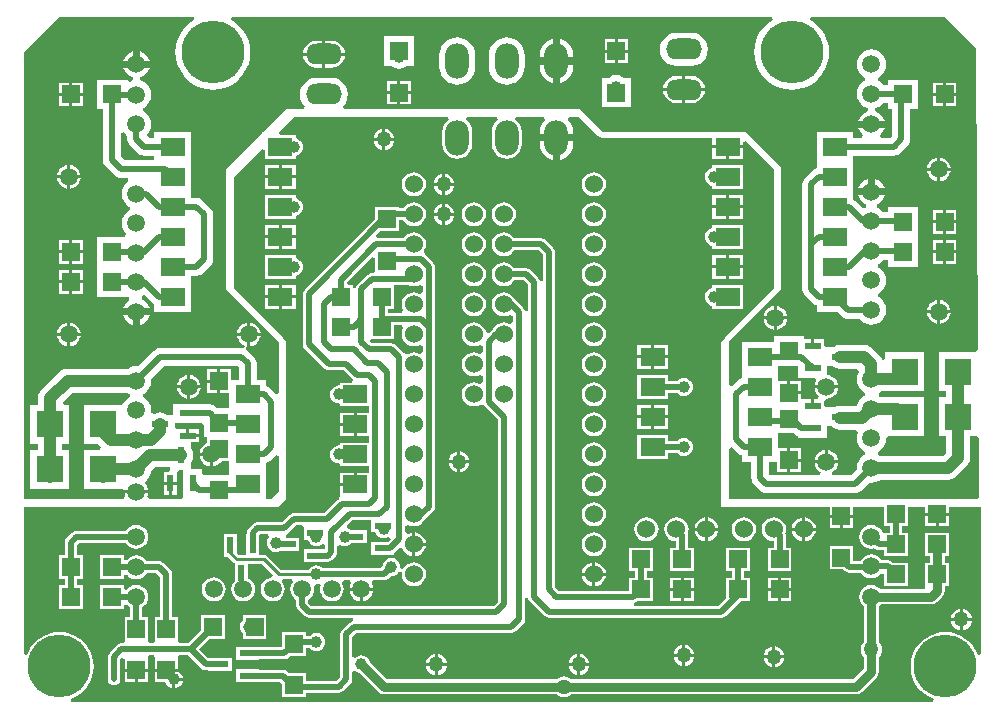
<source format=gbl>
G04 Layer_Physical_Order=2*
G04 Layer_Color=16711680*
%FSLAX25Y25*%
%MOIN*%
G70*
G01*
G75*
%ADD10R,0.05906X0.05906*%
%ADD11R,0.05906X0.05906*%
%ADD13C,0.01969*%
%ADD14C,0.02953*%
%ADD16C,0.03937*%
%ADD17O,0.12000X0.07000*%
%ADD18C,0.05906*%
%ADD19C,0.20945*%
%ADD20C,0.06000*%
%ADD21O,0.07874X0.11811*%
%ADD22C,0.05000*%
%ADD23C,0.03937*%
%ADD24R,0.05709X0.02362*%
%ADD25R,0.02362X0.05709*%
%ADD26R,0.09055X0.09055*%
%ADD27R,0.08268X0.05906*%
%ADD28C,0.01000*%
G36*
X317358Y218074D02*
X318103Y117377D01*
X317126Y116496D01*
X304862D01*
Y103504D01*
X307387D01*
Y101496D01*
X304862D01*
Y88504D01*
X307387D01*
Y83003D01*
X306328Y81943D01*
X285409D01*
X284982Y82271D01*
X284765Y82361D01*
Y83426D01*
X284982Y83516D01*
X286010Y84305D01*
X286799Y85333D01*
X287295Y86530D01*
X287464Y87815D01*
X288068Y88504D01*
X300138D01*
Y101496D01*
X291990D01*
X290984Y101628D01*
X285409D01*
X285010Y101934D01*
X284961Y102339D01*
X284928Y102955D01*
X285576Y103529D01*
X287146D01*
Y103504D01*
X300138D01*
Y116496D01*
X287146D01*
Y114144D01*
X286161Y113948D01*
X285939Y114486D01*
X285308Y115308D01*
X282808Y117808D01*
X281985Y118439D01*
X281028Y118836D01*
X280000Y118971D01*
X272126D01*
X271098Y118836D01*
X270141Y118439D01*
X269763Y118150D01*
X267303D01*
X266728Y118896D01*
Y120921D01*
X263374D01*
Y118740D01*
X262374D01*
Y120921D01*
X259921D01*
Y121811D01*
X250079D01*
Y119921D01*
X239311D01*
Y110079D01*
X239311D01*
Y109921D01*
X239311D01*
Y107887D01*
X239229Y107877D01*
X238511Y107579D01*
X237894Y107106D01*
X237894Y107106D01*
X235984Y105196D01*
X235000Y105604D01*
Y120000D01*
X252500Y137500D01*
X252500Y178288D01*
X240788Y190000D01*
X192894D01*
X185394Y197500D01*
X106584Y197500D01*
X106250Y198484D01*
X106400Y198600D01*
X107277Y199742D01*
X107828Y201072D01*
X108016Y202500D01*
X107828Y203928D01*
X107277Y205258D01*
X106400Y206400D01*
X105258Y207277D01*
X103928Y207828D01*
X102500Y208016D01*
X97500D01*
X96072Y207828D01*
X94742Y207277D01*
X93600Y206400D01*
X92723Y205258D01*
X92172Y203928D01*
X91984Y202500D01*
X92172Y201072D01*
X92723Y199742D01*
X93600Y198600D01*
X93750Y198484D01*
X93416Y197500D01*
X87500D01*
X79921Y189921D01*
X79311D01*
Y189311D01*
X67500Y177500D01*
Y137500D01*
X85000Y120000D01*
Y103104D01*
X84016Y102696D01*
X82106Y104606D01*
X81489Y105079D01*
X80771Y105377D01*
X80689Y105387D01*
Y107421D01*
X77565D01*
Y112913D01*
X77463Y113684D01*
X77166Y114402D01*
X76692Y115019D01*
X74606Y117106D01*
X74139Y117464D01*
X73989Y117579D01*
X73929Y117661D01*
X74447Y118586D01*
X74500Y118579D01*
Y122000D01*
X71079D01*
X71149Y121468D01*
X71547Y120507D01*
X72181Y119681D01*
X73007Y119047D01*
X73467Y118857D01*
X73545Y118558D01*
X73305Y117961D01*
X72788Y117940D01*
X73271Y117877D01*
Y117877D01*
X72500Y117978D01*
X45472D01*
X44702Y117877D01*
X43983Y117579D01*
X43367Y117106D01*
X43367Y117106D01*
X38164Y111904D01*
X37500Y111991D01*
X36215Y111822D01*
X35018Y111326D01*
X34591Y110998D01*
X14528D01*
X13500Y110863D01*
X12542Y110467D01*
X11720Y109836D01*
X5834Y103950D01*
X5203Y103127D01*
X4806Y102170D01*
X4671Y101142D01*
Y98996D01*
X2146D01*
Y86004D01*
X4671D01*
Y83996D01*
X2146D01*
Y71004D01*
X15138D01*
Y83996D01*
X12613D01*
Y86004D01*
X15138D01*
Y98996D01*
X13504D01*
X13096Y99980D01*
X16172Y103057D01*
X34591D01*
X35018Y102729D01*
X35235Y102639D01*
Y101574D01*
X35018Y101484D01*
X33990Y100695D01*
X33201Y99667D01*
X33123Y99478D01*
X32854Y98996D01*
X19862D01*
Y86004D01*
X24738D01*
X25762Y84980D01*
X25354Y83996D01*
X19862D01*
Y71004D01*
X32653D01*
X33318Y70500D01*
X41421D01*
X41351Y71032D01*
X40953Y71993D01*
X40319Y72819D01*
X40710Y73760D01*
X41010Y73990D01*
X41799Y75018D01*
X42295Y76215D01*
X42365Y76749D01*
X43771Y78155D01*
X48654D01*
X48799Y78010D01*
X48785Y77145D01*
X48383Y76728D01*
X46579D01*
Y73374D01*
X50941D01*
Y76319D01*
X50941Y76728D01*
X51687Y77303D01*
X53091D01*
Y68051D01*
X52335Y67500D01*
X41732D01*
X41151Y68484D01*
X41351Y68968D01*
X41421Y69500D01*
X33579D01*
X33649Y68968D01*
X33849Y68484D01*
X33268Y67500D01*
X0D01*
Y216535D01*
X11811Y228346D01*
X56572D01*
X56849Y227362D01*
X55657Y226631D01*
X54168Y225360D01*
X52896Y223871D01*
X51873Y222201D01*
X51123Y220392D01*
X50666Y218488D01*
X50513Y216535D01*
X50666Y214583D01*
X51123Y212679D01*
X51873Y210870D01*
X52896Y209200D01*
X54168Y207711D01*
X55657Y206439D01*
X57327Y205416D01*
X59136Y204667D01*
X61040Y204210D01*
X62992Y204056D01*
X64944Y204210D01*
X66848Y204667D01*
X68658Y205416D01*
X70327Y206439D01*
X71816Y207711D01*
X73088Y209200D01*
X74111Y210870D01*
X74861Y212679D01*
X75318Y214583D01*
X75472Y216535D01*
X75318Y218488D01*
X74861Y220392D01*
X74111Y222201D01*
X73088Y223871D01*
X71816Y225360D01*
X70327Y226631D01*
X69135Y227362D01*
X69412Y228346D01*
X249485D01*
X249763Y227362D01*
X248570Y226631D01*
X247081Y225360D01*
X245810Y223871D01*
X244786Y222201D01*
X244037Y220392D01*
X243580Y218488D01*
X243426Y216535D01*
X243580Y214583D01*
X244037Y212679D01*
X244786Y210870D01*
X245810Y209200D01*
X247081Y207711D01*
X248570Y206439D01*
X250240Y205416D01*
X252049Y204667D01*
X253953Y204210D01*
X255906Y204056D01*
X257858Y204210D01*
X259762Y204667D01*
X261571Y205416D01*
X263241Y206439D01*
X264730Y207711D01*
X266002Y209200D01*
X267025Y210870D01*
X267774Y212679D01*
X268231Y214583D01*
X268385Y216535D01*
X268231Y218488D01*
X267774Y220392D01*
X267025Y222201D01*
X266002Y223871D01*
X264730Y225360D01*
X263241Y226631D01*
X262048Y227362D01*
X262326Y228346D01*
X307087D01*
X317358Y218074D01*
D02*
G37*
G36*
X191475Y188581D02*
X192126Y188146D01*
X192894Y187993D01*
X229453D01*
Y185500D01*
X239721D01*
Y186494D01*
X240630Y186870D01*
X250000Y177500D01*
X250000Y137838D01*
X233581Y121419D01*
X233146Y120768D01*
X233115Y120615D01*
X232500Y120000D01*
Y65000D01*
X268547D01*
Y62390D01*
X272500D01*
Y61890D01*
D01*
Y62390D01*
X276453D01*
Y65000D01*
X286658D01*
Y58547D01*
X288587D01*
Y56453D01*
X286658D01*
X285917Y57040D01*
X285319Y57819D01*
X284493Y58453D01*
X283532Y58851D01*
X282500Y58987D01*
X281468Y58851D01*
X280507Y58453D01*
X279681Y57819D01*
X279047Y56993D01*
X278649Y56032D01*
X278513Y55000D01*
X278649Y53968D01*
X279047Y53007D01*
X279681Y52181D01*
X280507Y51547D01*
X281468Y51149D01*
X282500Y51013D01*
X283495Y51144D01*
X283569Y51069D01*
X284226Y50631D01*
X285000Y50477D01*
X286658D01*
Y48547D01*
X294563D01*
Y56453D01*
X292633D01*
Y58547D01*
X294563D01*
Y65000D01*
X300437D01*
Y63000D01*
X304390D01*
X308343D01*
Y65000D01*
X318898D01*
Y15848D01*
X317913Y15652D01*
X317340Y17036D01*
X316397Y18575D01*
X315224Y19948D01*
X313851Y21121D01*
X312311Y22065D01*
X310643Y22756D01*
X308887Y23177D01*
X307087Y23319D01*
X305286Y23177D01*
X303531Y22756D01*
X301862Y22065D01*
X300322Y21121D01*
X298949Y19948D01*
X297777Y18575D01*
X296833Y17036D01*
X296142Y15367D01*
X295720Y13611D01*
X295579Y11811D01*
X295720Y10011D01*
X296142Y8255D01*
X296833Y6587D01*
X297777Y5047D01*
X298949Y3674D01*
X300322Y2501D01*
X301862Y1557D01*
X303246Y984D01*
X303050Y0D01*
X15848D01*
X15652Y984D01*
X17036Y1557D01*
X18575Y2501D01*
X19948Y3674D01*
X21121Y5047D01*
X22065Y6587D01*
X22756Y8255D01*
X23177Y10011D01*
X23319Y11811D01*
X23177Y13611D01*
X22756Y15367D01*
X22065Y17036D01*
X21121Y18575D01*
X19948Y19948D01*
X18575Y21121D01*
X17036Y22065D01*
X15367Y22756D01*
X13611Y23177D01*
X11811Y23319D01*
X10011Y23177D01*
X8255Y22756D01*
X6587Y22065D01*
X5047Y21121D01*
X3674Y19948D01*
X2501Y18575D01*
X1557Y17036D01*
X984Y15652D01*
X0Y15848D01*
Y65000D01*
X85000D01*
X87500Y67500D01*
Y120000D01*
X86885Y120615D01*
X86854Y120768D01*
X86419Y121419D01*
X70000Y137838D01*
Y175000D01*
X79370Y184370D01*
X80279Y183994D01*
Y181047D01*
X90547D01*
Y182078D01*
X90775Y182108D01*
X91497Y182407D01*
X92117Y182883D01*
X92593Y183503D01*
X92892Y184225D01*
X92994Y185000D01*
X92892Y185775D01*
X92593Y186497D01*
X92117Y187117D01*
X91497Y187593D01*
X90775Y187892D01*
X90547Y187922D01*
Y188953D01*
X85239D01*
X84862Y189862D01*
X90000Y195000D01*
X141218D01*
X141553Y194016D01*
X140908Y193521D01*
X140117Y192490D01*
X139619Y191289D01*
X139450Y190000D01*
Y186063D01*
X139619Y184774D01*
X140117Y183573D01*
X140908Y182542D01*
X141939Y181751D01*
X143140Y181253D01*
X144429Y181083D01*
X145718Y181253D01*
X146919Y181751D01*
X147950Y182542D01*
X148742Y183573D01*
X149239Y184774D01*
X149409Y186063D01*
Y190000D01*
X149239Y191289D01*
X148742Y192490D01*
X147950Y193521D01*
X147306Y194016D01*
X147640Y195000D01*
X157754D01*
X158088Y194016D01*
X157443Y193521D01*
X156652Y192490D01*
X156155Y191289D01*
X155985Y190000D01*
Y186063D01*
X156155Y184774D01*
X156652Y183573D01*
X157443Y182542D01*
X158475Y181751D01*
X159676Y181253D01*
X160965Y181083D01*
X162253Y181253D01*
X163454Y181751D01*
X164486Y182542D01*
X165277Y183573D01*
X165775Y184774D01*
X165944Y186063D01*
Y190000D01*
X165775Y191289D01*
X165277Y192490D01*
X164486Y193521D01*
X163841Y194016D01*
X164175Y195000D01*
X173345D01*
X173679Y194016D01*
X173569Y193931D01*
X172685Y192780D01*
X172130Y191439D01*
X171941Y190000D01*
Y189213D01*
X177500D01*
X183059D01*
Y190000D01*
X182870Y191439D01*
X182315Y192780D01*
X181431Y193931D01*
X181321Y194016D01*
X181655Y195000D01*
X185056D01*
X191475Y188581D01*
D02*
G37*
G36*
X71608Y111680D02*
Y107421D01*
X68953D01*
Y110843D01*
X65500D01*
Y106890D01*
Y102937D01*
X68484D01*
Y98032D01*
X64291D01*
X63976Y98346D01*
X63359Y98819D01*
X62641Y99117D01*
X61870Y99218D01*
X59449D01*
Y99390D01*
X49803D01*
Y95650D01*
X47737D01*
X47359Y95939D01*
X46402Y96336D01*
X45374Y96471D01*
X44346Y96336D01*
X43389Y95939D01*
X42542Y96394D01*
X42391Y96634D01*
X42464Y97185D01*
X42295Y98470D01*
X41799Y99667D01*
X41010Y100695D01*
X39982Y101484D01*
X39765Y101574D01*
Y102639D01*
X39982Y102729D01*
X41010Y103518D01*
X41799Y104546D01*
X42295Y105743D01*
X42464Y107028D01*
X42376Y107692D01*
X46706Y112022D01*
X71266D01*
X71608Y111680D01*
D02*
G37*
G36*
X258051Y111851D02*
Y108110D01*
X263664D01*
X264149Y107126D01*
X264047Y106993D01*
X263649Y106032D01*
X263579Y105500D01*
X271421D01*
X271351Y106032D01*
X270953Y106993D01*
X270319Y107819D01*
X269493Y108453D01*
X268532Y108851D01*
X267697Y108961D01*
Y111850D01*
X269763D01*
X270141Y111561D01*
X271098Y111164D01*
X272126Y111029D01*
X277784D01*
X278250Y110045D01*
X278201Y109982D01*
X277705Y108785D01*
X277536Y107500D01*
X277705Y106215D01*
X278201Y105018D01*
X278990Y103990D01*
X280018Y103201D01*
X280235Y103111D01*
Y102046D01*
X280018Y101956D01*
X278990Y101167D01*
X278201Y100139D01*
X277705Y98942D01*
X277660Y98597D01*
X272126D01*
X271098Y98462D01*
X270345Y98150D01*
X267303D01*
X266728Y98896D01*
Y100122D01*
X267500Y101013D01*
X268532Y101149D01*
X269493Y101547D01*
X270319Y102181D01*
X270953Y103007D01*
X271351Y103968D01*
X271421Y104500D01*
X263579D01*
X263649Y103968D01*
X264047Y103007D01*
X264681Y102181D01*
X265040Y101906D01*
X264706Y100921D01*
X263374D01*
Y98740D01*
X262374D01*
Y100921D01*
X259020D01*
X258953Y101878D01*
Y102610D01*
X255000D01*
Y103110D01*
X254500D01*
Y107063D01*
X251516D01*
Y109921D01*
X251516D01*
Y110079D01*
X251516D01*
Y111969D01*
X257934D01*
X258051Y111851D01*
D02*
G37*
G36*
X269318Y91818D02*
X270141Y91187D01*
X271098Y90790D01*
X272126Y90655D01*
X277284D01*
X277942Y89671D01*
X277705Y89100D01*
X277536Y87815D01*
X277705Y86530D01*
X278201Y85333D01*
X278990Y84305D01*
X280018Y83516D01*
X280235Y83426D01*
Y82361D01*
X280018Y82271D01*
X278990Y81482D01*
X278201Y80454D01*
X277705Y79257D01*
X277536Y77972D01*
X277624Y77308D01*
X275794Y75478D01*
X269484D01*
X269289Y76463D01*
X269493Y76547D01*
X270319Y77181D01*
X270953Y78007D01*
X271351Y78968D01*
X271421Y79500D01*
X263579D01*
X263649Y78968D01*
X264047Y78007D01*
X264681Y77181D01*
X265507Y76547D01*
X265711Y76463D01*
X265515Y75478D01*
X248734D01*
X248392Y75820D01*
Y80079D01*
X251047D01*
Y76657D01*
X254500D01*
Y80610D01*
Y84563D01*
X251516D01*
Y89468D01*
X256713D01*
X257028Y89154D01*
X257645Y88681D01*
X258051Y88512D01*
Y88110D01*
X267697D01*
Y91850D01*
X269293D01*
X269318Y91818D01*
D02*
G37*
G36*
X59449Y93091D02*
X60079Y92367D01*
Y88189D01*
X61047D01*
Y86177D01*
X60507Y85953D01*
X59681Y85319D01*
X59047Y84493D01*
X58649Y83532D01*
X58579Y83000D01*
X62500D01*
Y82500D01*
X63000D01*
Y78579D01*
X63532Y78649D01*
X64493Y79047D01*
X65319Y79681D01*
X65899Y80437D01*
X68484D01*
Y77579D01*
X68484D01*
Y77421D01*
X68484D01*
Y75532D01*
X60079D01*
X59390Y76230D01*
Y77697D01*
X55650D01*
Y79763D01*
X55939Y80141D01*
X56336Y81098D01*
X56471Y82126D01*
X56336Y83154D01*
X55939Y84111D01*
X55650Y84489D01*
Y86579D01*
X58480D01*
Y88260D01*
X54626D01*
Y88760D01*
X54126D01*
Y90941D01*
X50772D01*
X50197Y91687D01*
Y93091D01*
X59449D01*
D02*
G37*
G36*
X317854Y88504D02*
X318323Y87714D01*
X318467Y68199D01*
X317774Y67500D01*
X235000Y67500D01*
Y84396D01*
X235984Y84804D01*
X237894Y82894D01*
X237894Y82894D01*
X238511Y82421D01*
X239229Y82123D01*
X239311Y82112D01*
Y80079D01*
X242435D01*
Y74587D01*
X242537Y73816D01*
X242834Y73097D01*
X243307Y72481D01*
X245394Y70394D01*
X246011Y69921D01*
X246729Y69623D01*
X247500Y69522D01*
X277028D01*
X277798Y69623D01*
X278517Y69921D01*
X279134Y70394D01*
X281836Y73096D01*
X282500Y73009D01*
X283785Y73178D01*
X284982Y73674D01*
X285409Y74001D01*
X307972D01*
X309000Y74137D01*
X309958Y74533D01*
X310780Y75165D01*
X314166Y78550D01*
X314797Y79373D01*
X315194Y80330D01*
X315329Y81358D01*
Y88504D01*
X317854D01*
D02*
G37*
G36*
X85000Y81896D02*
Y70000D01*
X82500Y67500D01*
X81641D01*
X80689Y67579D01*
Y77421D01*
X80689D01*
Y77579D01*
X80689D01*
Y79612D01*
X80771Y79623D01*
X81489Y79921D01*
X82106Y80394D01*
X84016Y82304D01*
X85000Y81896D01*
D02*
G37*
%LPC*%
G36*
X201453Y220843D02*
X198000D01*
Y217390D01*
X201453D01*
Y220843D01*
D02*
G37*
G36*
X197000D02*
X193547D01*
Y217390D01*
X197000D01*
Y220843D01*
D02*
G37*
G36*
X102500Y220425D02*
X100500D01*
Y216386D01*
X106973D01*
X106884Y217061D01*
X106431Y218155D01*
X105709Y219095D01*
X104769Y219817D01*
X103675Y220270D01*
X102500Y220425D01*
D02*
G37*
G36*
X99500D02*
X97500D01*
X96325Y220270D01*
X95231Y219817D01*
X94291Y219095D01*
X93569Y218155D01*
X93116Y217061D01*
X93027Y216386D01*
X99500D01*
Y220425D01*
D02*
G37*
G36*
X178681Y220994D02*
Y214803D01*
X183059D01*
Y215591D01*
X182870Y217029D01*
X182315Y218370D01*
X181431Y219522D01*
X180280Y220405D01*
X178939Y220960D01*
X178681Y220994D01*
D02*
G37*
G36*
X176319D02*
X176061Y220960D01*
X174720Y220405D01*
X173569Y219522D01*
X172685Y218370D01*
X172130Y217029D01*
X171941Y215591D01*
Y214803D01*
X176319D01*
Y220994D01*
D02*
G37*
G36*
X38681Y216911D02*
Y213681D01*
X41911D01*
X41911Y213682D01*
X41455Y214783D01*
X40729Y215729D01*
X39783Y216455D01*
X38682Y216911D01*
X38681Y216911D01*
D02*
G37*
G36*
X36319D02*
X36318Y216911D01*
X35217Y216455D01*
X34271Y215729D01*
X33545Y214783D01*
X33089Y213682D01*
X33089Y213681D01*
X36319D01*
Y216911D01*
D02*
G37*
G36*
X201453Y216390D02*
X198000D01*
Y212937D01*
X201453D01*
Y216390D01*
D02*
G37*
G36*
X197000D02*
X193547D01*
Y212937D01*
X197000D01*
Y216390D01*
D02*
G37*
G36*
X222500Y223016D02*
X217500D01*
X216072Y222828D01*
X214742Y222277D01*
X213600Y221400D01*
X212723Y220258D01*
X212172Y218928D01*
X211984Y217500D01*
X212172Y216072D01*
X212723Y214742D01*
X213600Y213600D01*
X214742Y212723D01*
X216072Y212172D01*
X217500Y211984D01*
X222500D01*
X223928Y212172D01*
X225258Y212723D01*
X226400Y213600D01*
X227277Y214742D01*
X227828Y216072D01*
X228016Y217500D01*
X227828Y218928D01*
X227277Y220258D01*
X226400Y221400D01*
X225258Y222277D01*
X223928Y222828D01*
X222500Y223016D01*
D02*
G37*
G36*
X106973Y215386D02*
X100500D01*
Y211347D01*
X102500D01*
X103675Y211502D01*
X104769Y211955D01*
X105709Y212676D01*
X106431Y213616D01*
X106884Y214711D01*
X106973Y215386D01*
D02*
G37*
G36*
X99500D02*
X93027D01*
X93116Y214711D01*
X93569Y213616D01*
X94291Y212676D01*
X95231Y211955D01*
X96325Y211502D01*
X97500Y211347D01*
X99500D01*
Y215386D01*
D02*
G37*
G36*
X129921Y221811D02*
X120079D01*
Y211968D01*
X122484D01*
X123014Y211561D01*
X123972Y211164D01*
X125000Y211029D01*
X126028Y211164D01*
X126986Y211561D01*
X127516Y211968D01*
X129921D01*
Y221811D01*
D02*
G37*
G36*
X41911Y211319D02*
X37500D01*
X33089D01*
X33089Y211318D01*
X33545Y210217D01*
X34271Y209271D01*
X35217Y208545D01*
X36218Y208130D01*
X36297Y207896D01*
X36215Y207137D01*
X35295Y206756D01*
X34311Y207220D01*
Y207421D01*
X24468D01*
Y197579D01*
X26412D01*
Y180610D01*
X26513Y179839D01*
X26811Y179121D01*
X27284Y178504D01*
X30394Y175394D01*
X31011Y174921D01*
X31729Y174623D01*
X32500Y174522D01*
X32500Y174522D01*
X34585D01*
X34736Y174224D01*
X34847Y173538D01*
X33990Y172880D01*
X33201Y171852D01*
X32705Y170655D01*
X32536Y169370D01*
X32705Y168085D01*
X33201Y166888D01*
X33990Y165860D01*
X35018Y165071D01*
X35235Y164981D01*
Y163916D01*
X35018Y163826D01*
X33990Y163037D01*
X33201Y162009D01*
X32705Y160812D01*
X32536Y159528D01*
X32705Y158243D01*
X33201Y157046D01*
X33990Y156018D01*
X34136Y155905D01*
X33802Y154921D01*
X24468D01*
Y145079D01*
X24468D01*
Y144921D01*
X24468D01*
Y135079D01*
X34311D01*
Y135079D01*
X34765Y135240D01*
X35153Y134994D01*
X35190Y134396D01*
X35097Y133863D01*
X34271Y133229D01*
X33545Y132283D01*
X33089Y131182D01*
X33089Y131181D01*
X37500D01*
X41911D01*
X41911Y131182D01*
X41455Y132283D01*
X40729Y133229D01*
X39783Y133955D01*
X39250Y134176D01*
Y135241D01*
X39982Y135544D01*
X40130Y135658D01*
X42894Y132894D01*
X42894Y132894D01*
X43484Y132441D01*
Y130079D01*
X55689D01*
Y139094D01*
X55689Y139921D01*
X55689D01*
Y140079D01*
X55689D01*
Y142022D01*
X57500D01*
X58271Y142123D01*
X58989Y142421D01*
X59606Y142894D01*
X62106Y145394D01*
X62106Y145394D01*
X62579Y146011D01*
X62877Y146729D01*
X62978Y147500D01*
Y162500D01*
X62877Y163271D01*
X62579Y163989D01*
X62106Y164606D01*
X62106Y164606D01*
X59606Y167106D01*
X58989Y167579D01*
X58271Y167877D01*
X57500Y167978D01*
X55689D01*
Y169095D01*
X55689Y169921D01*
X55689D01*
Y170079D01*
X55689D01*
Y179095D01*
X55689Y179921D01*
X55689D01*
Y180079D01*
X55689D01*
Y189921D01*
X43484D01*
Y187978D01*
X41787D01*
X41000Y188835D01*
X41010Y188990D01*
X41799Y190018D01*
X42295Y191215D01*
X42464Y192500D01*
X42295Y193785D01*
X41799Y194982D01*
X41010Y196010D01*
X39982Y196799D01*
X39765Y196889D01*
Y197954D01*
X39982Y198044D01*
X41010Y198833D01*
X41799Y199861D01*
X42295Y201058D01*
X42464Y202343D01*
X42295Y203627D01*
X41799Y204824D01*
X41010Y205852D01*
X39982Y206641D01*
X38785Y207137D01*
X38703Y207896D01*
X38782Y208130D01*
X39783Y208545D01*
X40729Y209271D01*
X41455Y210217D01*
X41911Y211318D01*
X41911Y211319D01*
D02*
G37*
G36*
X183059Y212441D02*
X178681D01*
Y206250D01*
X178939Y206284D01*
X180280Y206839D01*
X181431Y207722D01*
X182315Y208874D01*
X182870Y210215D01*
X183059Y211653D01*
Y212441D01*
D02*
G37*
G36*
X176319D02*
X171941D01*
Y211653D01*
X172130Y210215D01*
X172685Y208874D01*
X173569Y207722D01*
X174720Y206839D01*
X176061Y206284D01*
X176319Y206250D01*
Y212441D01*
D02*
G37*
G36*
X160965Y221525D02*
X159807Y221411D01*
X158694Y221073D01*
X157668Y220525D01*
X156769Y219787D01*
X156030Y218887D01*
X155482Y217861D01*
X155145Y216748D01*
X155031Y215591D01*
Y211653D01*
X155145Y210496D01*
X155482Y209383D01*
X156030Y208357D01*
X156769Y207457D01*
X157668Y206719D01*
X158694Y206171D01*
X159807Y205834D01*
X160965Y205719D01*
X162122Y205834D01*
X163235Y206171D01*
X164261Y206719D01*
X165161Y207457D01*
X165899Y208357D01*
X166447Y209383D01*
X166785Y210496D01*
X166899Y211653D01*
Y215591D01*
X166785Y216748D01*
X166447Y217861D01*
X165899Y218887D01*
X165161Y219787D01*
X164261Y220525D01*
X163235Y221073D01*
X162122Y221411D01*
X160965Y221525D01*
D02*
G37*
G36*
X144429D02*
X143272Y221411D01*
X142158Y221073D01*
X141132Y220525D01*
X140233Y219787D01*
X139495Y218887D01*
X138947Y217861D01*
X138609Y216748D01*
X138495Y215591D01*
Y211653D01*
X138609Y210496D01*
X138947Y209383D01*
X139495Y208357D01*
X140233Y207457D01*
X141132Y206719D01*
X142158Y206171D01*
X143272Y205834D01*
X144429Y205719D01*
X145587Y205834D01*
X146700Y206171D01*
X147726Y206719D01*
X148625Y207457D01*
X149363Y208357D01*
X149911Y209383D01*
X150249Y210496D01*
X150363Y211653D01*
Y215591D01*
X150249Y216748D01*
X149911Y217861D01*
X149363Y218887D01*
X148625Y219787D01*
X147726Y220525D01*
X146700Y221073D01*
X145587Y221411D01*
X144429Y221525D01*
D02*
G37*
G36*
X222500Y208653D02*
X220500D01*
Y204614D01*
X226973D01*
X226884Y205289D01*
X226431Y206384D01*
X225709Y207324D01*
X224769Y208045D01*
X223675Y208498D01*
X222500Y208653D01*
D02*
G37*
G36*
X219500D02*
X217500D01*
X216325Y208498D01*
X215231Y208045D01*
X214291Y207324D01*
X213569Y206384D01*
X213116Y205289D01*
X213027Y204614D01*
X219500D01*
Y208653D01*
D02*
G37*
G36*
X128953Y207063D02*
X125500D01*
Y203610D01*
X128953D01*
Y207063D01*
D02*
G37*
G36*
X124500D02*
X121047D01*
Y203610D01*
X124500D01*
Y207063D01*
D02*
G37*
G36*
X310842Y206453D02*
X307390D01*
Y203000D01*
X310842D01*
Y206453D01*
D02*
G37*
G36*
X19563D02*
X16110D01*
Y203000D01*
X19563D01*
Y206453D01*
D02*
G37*
G36*
X15110D02*
X11658D01*
Y203000D01*
X15110D01*
Y206453D01*
D02*
G37*
G36*
X306390D02*
X302937D01*
Y203000D01*
X306390D01*
Y206453D01*
D02*
G37*
G36*
X226973Y203614D02*
X220500D01*
Y199575D01*
X222500D01*
X223675Y199730D01*
X224769Y200183D01*
X225709Y200905D01*
X226431Y201845D01*
X226884Y202939D01*
X226973Y203614D01*
D02*
G37*
G36*
X219500D02*
X213027D01*
X213116Y202939D01*
X213569Y201845D01*
X214291Y200905D01*
X215231Y200183D01*
X216325Y199730D01*
X217500Y199575D01*
X219500D01*
Y203614D01*
D02*
G37*
G36*
X128953Y202610D02*
X125500D01*
Y199158D01*
X128953D01*
Y202610D01*
D02*
G37*
G36*
X124500D02*
X121047D01*
Y199158D01*
X124500D01*
Y202610D01*
D02*
G37*
G36*
X310842Y202000D02*
X307390D01*
Y198547D01*
X310842D01*
Y202000D01*
D02*
G37*
G36*
X306390D02*
X302937D01*
Y198547D01*
X306390D01*
Y202000D01*
D02*
G37*
G36*
X19563D02*
X16110D01*
Y198547D01*
X19563D01*
Y202000D01*
D02*
G37*
G36*
X15110D02*
X11658D01*
Y198547D01*
X15110D01*
Y202000D01*
D02*
G37*
G36*
X197500Y208971D02*
X196472Y208836D01*
X195515Y208439D01*
X194983Y208032D01*
X192579D01*
Y198189D01*
X202421D01*
Y208032D01*
X200016D01*
X199486Y208439D01*
X198528Y208836D01*
X197500Y208971D01*
D02*
G37*
G36*
X282500Y217464D02*
X281215Y217295D01*
X280018Y216799D01*
X278990Y216010D01*
X278201Y214982D01*
X277705Y213785D01*
X277536Y212500D01*
X277705Y211215D01*
X278201Y210018D01*
X278990Y208990D01*
X280018Y208201D01*
X280235Y208111D01*
Y207046D01*
X280018Y206956D01*
X278990Y206167D01*
X278201Y205139D01*
X277705Y203942D01*
X277536Y202658D01*
X277705Y201373D01*
X278201Y200176D01*
X278990Y199148D01*
X280018Y198359D01*
X281215Y197863D01*
X281297Y197104D01*
X281218Y196870D01*
X280217Y196455D01*
X279271Y195729D01*
X278545Y194783D01*
X278089Y193682D01*
X278089Y193681D01*
X282500D01*
X286911D01*
X286911Y193682D01*
X286455Y194783D01*
X285729Y195729D01*
X284783Y196455D01*
X283782Y196870D01*
X283703Y197104D01*
X283785Y197863D01*
X284982Y198359D01*
X286010Y199148D01*
X286418Y199679D01*
X288189D01*
Y197579D01*
X289522D01*
Y188734D01*
X288766Y187978D01*
X285661D01*
X285327Y188962D01*
X285729Y189271D01*
X286455Y190217D01*
X286911Y191318D01*
X286911Y191319D01*
X282500D01*
X278089D01*
X278089Y191318D01*
X278545Y190217D01*
X279271Y189271D01*
X279673Y188962D01*
X279339Y187978D01*
X276516D01*
Y189921D01*
X264311D01*
Y180905D01*
X264311Y180079D01*
X264311Y179095D01*
Y177887D01*
X264229Y177877D01*
X263511Y177579D01*
X262894Y177106D01*
X262894Y177106D01*
X260394Y174606D01*
X259921Y173989D01*
X259623Y173271D01*
X259522Y172500D01*
Y152500D01*
Y137500D01*
X259623Y136729D01*
X259921Y136011D01*
X260394Y135394D01*
X262894Y132894D01*
X262894Y132894D01*
X263511Y132421D01*
X264229Y132123D01*
X264311Y132113D01*
Y130079D01*
X271123D01*
X272677Y128524D01*
X272677Y128524D01*
X273294Y128051D01*
X274013Y127753D01*
X274783Y127652D01*
X274784Y127652D01*
X278582D01*
X278990Y127120D01*
X280018Y126331D01*
X281215Y125835D01*
X282500Y125666D01*
X283785Y125835D01*
X284982Y126331D01*
X286010Y127120D01*
X286799Y128148D01*
X287295Y129345D01*
X287464Y130630D01*
X287295Y131915D01*
X286799Y133112D01*
X286010Y134140D01*
X284982Y134929D01*
X284765Y135019D01*
Y136084D01*
X284982Y136174D01*
X286010Y136963D01*
X286799Y137991D01*
X287295Y139188D01*
X287464Y140472D01*
X287295Y141757D01*
X286799Y142954D01*
X286010Y143982D01*
X284982Y144771D01*
X284765Y144861D01*
Y145926D01*
X284982Y146016D01*
X286010Y146805D01*
X286418Y147337D01*
X288189D01*
Y145079D01*
X298031D01*
Y154921D01*
X298031D01*
Y155079D01*
X298031D01*
Y164921D01*
X288189D01*
Y163136D01*
X286418D01*
X286010Y163667D01*
X284982Y164456D01*
X284250Y164759D01*
Y165824D01*
X284783Y166045D01*
X285729Y166771D01*
X286455Y167717D01*
X286911Y168818D01*
X286911Y168819D01*
X282500D01*
X278089D01*
X278089Y168818D01*
X278545Y167717D01*
X279271Y166771D01*
X280217Y166045D01*
X280750Y165824D01*
Y164759D01*
X280018Y164456D01*
X279870Y164342D01*
X277106Y167106D01*
X276516Y167559D01*
Y169921D01*
X276516D01*
Y170079D01*
X276516D01*
Y179095D01*
X276516Y179921D01*
X276516Y180905D01*
Y182022D01*
X290000D01*
X290771Y182123D01*
X291489Y182421D01*
X292106Y182894D01*
X294606Y185394D01*
X294606Y185394D01*
X295079Y186011D01*
X295377Y186729D01*
X295478Y187500D01*
Y197579D01*
X298031D01*
Y207421D01*
X288189D01*
Y205636D01*
X286418D01*
X286010Y206167D01*
X284982Y206956D01*
X284765Y207046D01*
Y208111D01*
X284982Y208201D01*
X286010Y208990D01*
X286799Y210018D01*
X287295Y211215D01*
X287464Y212500D01*
X287295Y213785D01*
X286799Y214982D01*
X286010Y216010D01*
X284982Y216799D01*
X283785Y217295D01*
X282500Y217464D01*
D02*
G37*
G36*
X305500Y181421D02*
Y178000D01*
X308921D01*
X308851Y178532D01*
X308453Y179493D01*
X307819Y180319D01*
X306993Y180953D01*
X306032Y181351D01*
X305500Y181421D01*
D02*
G37*
G36*
X304500D02*
X303968Y181351D01*
X303007Y180953D01*
X302181Y180319D01*
X301547Y179493D01*
X301149Y178532D01*
X301079Y178000D01*
X304500D01*
Y181421D01*
D02*
G37*
G36*
X15500Y178921D02*
Y175500D01*
X18921D01*
X18851Y176032D01*
X18453Y176993D01*
X17819Y177819D01*
X16993Y178453D01*
X16032Y178851D01*
X15500Y178921D01*
D02*
G37*
G36*
X14500D02*
X13968Y178851D01*
X13007Y178453D01*
X12181Y177819D01*
X11547Y176993D01*
X11149Y176032D01*
X11079Y175500D01*
X14500D01*
Y178921D01*
D02*
G37*
G36*
X308921Y177000D02*
X305500D01*
Y173579D01*
X306032Y173649D01*
X306993Y174047D01*
X307819Y174681D01*
X308453Y175507D01*
X308851Y176468D01*
X308921Y177000D01*
D02*
G37*
G36*
X304500D02*
X301079D01*
X301149Y176468D01*
X301547Y175507D01*
X302181Y174681D01*
X303007Y174047D01*
X303968Y173649D01*
X304500Y173579D01*
Y177000D01*
D02*
G37*
G36*
X283681Y174411D02*
Y171181D01*
X286911D01*
X286911Y171182D01*
X286455Y172283D01*
X285729Y173229D01*
X284783Y173955D01*
X283682Y174411D01*
X283681Y174411D01*
D02*
G37*
G36*
X281319D02*
X281318Y174411D01*
X280217Y173955D01*
X279271Y173229D01*
X278545Y172283D01*
X278089Y171182D01*
X278089Y171181D01*
X281319D01*
Y174411D01*
D02*
G37*
G36*
X18921Y174500D02*
X15500D01*
Y171079D01*
X16032Y171149D01*
X16993Y171547D01*
X17819Y172181D01*
X18453Y173007D01*
X18851Y173968D01*
X18921Y174500D01*
D02*
G37*
G36*
X14500D02*
X11079D01*
X11149Y173968D01*
X11547Y173007D01*
X12181Y172181D01*
X13007Y171547D01*
X13968Y171149D01*
X14500Y171079D01*
Y174500D01*
D02*
G37*
G36*
X310842Y163953D02*
X307390D01*
Y160500D01*
X310842D01*
Y163953D01*
D02*
G37*
G36*
X306390D02*
X302937D01*
Y160500D01*
X306390D01*
Y163953D01*
D02*
G37*
G36*
X310842Y159500D02*
X307390D01*
Y156047D01*
X310842D01*
Y159500D01*
D02*
G37*
G36*
X306390D02*
X302937D01*
Y156047D01*
X306390D01*
Y159500D01*
D02*
G37*
G36*
X310842Y153953D02*
X307390D01*
Y150500D01*
X310842D01*
Y153953D01*
D02*
G37*
G36*
X19563D02*
X16110D01*
Y150500D01*
X19563D01*
Y153953D01*
D02*
G37*
G36*
X15110D02*
X11658D01*
Y150500D01*
X15110D01*
Y153953D01*
D02*
G37*
G36*
X306390D02*
X302937D01*
Y150500D01*
X306390D01*
Y153953D01*
D02*
G37*
G36*
X310842Y149500D02*
X307390D01*
Y146047D01*
X310842D01*
Y149500D01*
D02*
G37*
G36*
X306390D02*
X302937D01*
Y146047D01*
X306390D01*
Y149500D01*
D02*
G37*
G36*
X19563D02*
X16110D01*
Y146047D01*
X19563D01*
Y149500D01*
D02*
G37*
G36*
X15110D02*
X11658D01*
Y146047D01*
X15110D01*
Y149500D01*
D02*
G37*
G36*
X19563Y143953D02*
X16110D01*
Y140500D01*
X19563D01*
Y143953D01*
D02*
G37*
G36*
X15110D02*
X11658D01*
Y140500D01*
X15110D01*
Y143953D01*
D02*
G37*
G36*
X19563Y139500D02*
X16110D01*
Y136047D01*
X19563D01*
Y139500D01*
D02*
G37*
G36*
X15110D02*
X11658D01*
Y136047D01*
X15110D01*
Y139500D01*
D02*
G37*
G36*
X305500Y133921D02*
Y130500D01*
X308921D01*
X308851Y131032D01*
X308453Y131993D01*
X307819Y132819D01*
X306993Y133453D01*
X306032Y133851D01*
X305500Y133921D01*
D02*
G37*
G36*
X304500D02*
X303968Y133851D01*
X303007Y133453D01*
X302181Y132819D01*
X301547Y131993D01*
X301149Y131032D01*
X301079Y130500D01*
X304500D01*
Y133921D01*
D02*
G37*
G36*
X251000Y131921D02*
Y128500D01*
X254421D01*
X254351Y129032D01*
X253953Y129993D01*
X253319Y130819D01*
X252493Y131453D01*
X251532Y131851D01*
X251000Y131921D01*
D02*
G37*
G36*
X250000D02*
X249468Y131851D01*
X248507Y131453D01*
X247681Y130819D01*
X247047Y129993D01*
X246649Y129032D01*
X246579Y128500D01*
X250000D01*
Y131921D01*
D02*
G37*
G36*
X308921Y129500D02*
X305500D01*
Y126079D01*
X306032Y126149D01*
X306993Y126547D01*
X307819Y127181D01*
X308453Y128007D01*
X308851Y128968D01*
X308921Y129500D01*
D02*
G37*
G36*
X304500D02*
X301079D01*
X301149Y128968D01*
X301547Y128007D01*
X302181Y127181D01*
X303007Y126547D01*
X303968Y126149D01*
X304500Y126079D01*
Y129500D01*
D02*
G37*
G36*
X41911Y128819D02*
X38681D01*
Y125589D01*
X38682Y125589D01*
X39783Y126045D01*
X40729Y126771D01*
X41455Y127717D01*
X41911Y128818D01*
X41911Y128819D01*
D02*
G37*
G36*
X36319D02*
X33089D01*
X33089Y128818D01*
X33545Y127717D01*
X34271Y126771D01*
X35217Y126045D01*
X36318Y125589D01*
X36319Y125589D01*
Y128819D01*
D02*
G37*
G36*
X254421Y127500D02*
X251000D01*
Y124079D01*
X251532Y124149D01*
X252493Y124547D01*
X253319Y125181D01*
X253953Y126007D01*
X254351Y126968D01*
X254421Y127500D01*
D02*
G37*
G36*
X250000D02*
X246579D01*
X246649Y126968D01*
X247047Y126007D01*
X247681Y125181D01*
X248507Y124547D01*
X249468Y124149D01*
X250000Y124079D01*
Y127500D01*
D02*
G37*
G36*
X75500Y126421D02*
Y123000D01*
X78921D01*
X78851Y123532D01*
X78453Y124493D01*
X77819Y125319D01*
X76993Y125953D01*
X76032Y126351D01*
X75500Y126421D01*
D02*
G37*
G36*
X74500D02*
X73968Y126351D01*
X73007Y125953D01*
X72181Y125319D01*
X71547Y124493D01*
X71149Y123532D01*
X71079Y123000D01*
X74500D01*
Y126421D01*
D02*
G37*
G36*
X15500D02*
Y123000D01*
X18921D01*
X18851Y123532D01*
X18453Y124493D01*
X17819Y125319D01*
X16993Y125953D01*
X16032Y126351D01*
X15500Y126421D01*
D02*
G37*
G36*
X14500D02*
X13968Y126351D01*
X13007Y125953D01*
X12181Y125319D01*
X11547Y124493D01*
X11149Y123532D01*
X11079Y123000D01*
X14500D01*
Y126421D01*
D02*
G37*
G36*
X78921Y122000D02*
X75500D01*
Y118579D01*
X76032Y118649D01*
X76993Y119047D01*
X77819Y119681D01*
X78453Y120507D01*
X78851Y121468D01*
X78921Y122000D01*
D02*
G37*
G36*
X18921D02*
X15500D01*
Y118579D01*
X16032Y118649D01*
X16993Y119047D01*
X17819Y119681D01*
X18453Y120507D01*
X18851Y121468D01*
X18921Y122000D01*
D02*
G37*
G36*
X14500D02*
X11079D01*
X11149Y121468D01*
X11547Y120507D01*
X12181Y119681D01*
X13007Y119047D01*
X13968Y118649D01*
X14500Y118579D01*
Y122000D01*
D02*
G37*
G36*
X50941Y72374D02*
X49260D01*
Y69020D01*
X50941D01*
Y72374D01*
D02*
G37*
G36*
X48260D02*
X46579D01*
Y69020D01*
X48260D01*
Y72374D01*
D02*
G37*
%LPD*%
G36*
X33990Y188990D02*
X34522Y188582D01*
Y187500D01*
X34623Y186729D01*
X34921Y186011D01*
X35394Y185394D01*
X37894Y182894D01*
X37894Y182894D01*
X38511Y182421D01*
X39229Y182123D01*
X40000Y182022D01*
X43484D01*
Y180478D01*
X33734D01*
X32368Y181844D01*
Y189566D01*
X32516Y189646D01*
X33352Y189821D01*
X33990Y188990D01*
D02*
G37*
%LPC*%
G36*
X120500Y190964D02*
Y188000D01*
X123464D01*
X123410Y188414D01*
X123057Y189265D01*
X122496Y189996D01*
X121765Y190557D01*
X120914Y190910D01*
X120500Y190964D01*
D02*
G37*
G36*
X119500D02*
X119086Y190910D01*
X118235Y190557D01*
X117504Y189996D01*
X116943Y189265D01*
X116590Y188414D01*
X116536Y188000D01*
X119500D01*
Y190964D01*
D02*
G37*
G36*
X123464Y187000D02*
X120500D01*
Y184036D01*
X120914Y184090D01*
X121765Y184443D01*
X122496Y185004D01*
X123057Y185735D01*
X123410Y186586D01*
X123464Y187000D01*
D02*
G37*
G36*
X119500D02*
X116536D01*
X116590Y186586D01*
X116943Y185735D01*
X117504Y185004D01*
X118235Y184443D01*
X119086Y184090D01*
X119500Y184036D01*
Y187000D01*
D02*
G37*
G36*
X239721Y184500D02*
X235087D01*
Y181047D01*
X239721D01*
Y184500D01*
D02*
G37*
G36*
X234087D02*
X229453D01*
Y181047D01*
X234087D01*
Y184500D01*
D02*
G37*
G36*
X183059Y186850D02*
X178681D01*
Y180659D01*
X178939Y180693D01*
X180280Y181248D01*
X181431Y182132D01*
X182315Y183283D01*
X182870Y184624D01*
X183059Y186063D01*
Y186850D01*
D02*
G37*
G36*
X176319D02*
X171941D01*
Y186063D01*
X172130Y184624D01*
X172685Y183283D01*
X173569Y182132D01*
X174720Y181248D01*
X176061Y180693D01*
X176319Y180659D01*
Y186850D01*
D02*
G37*
G36*
X90547Y178953D02*
X85913D01*
Y175500D01*
X90547D01*
Y178953D01*
D02*
G37*
G36*
X84913D02*
X80279D01*
Y175500D01*
X84913D01*
Y178953D01*
D02*
G37*
G36*
X140500Y175964D02*
Y173000D01*
X143464D01*
X143410Y173414D01*
X143057Y174265D01*
X142496Y174996D01*
X141765Y175557D01*
X140914Y175910D01*
X140500Y175964D01*
D02*
G37*
G36*
X139500D02*
X139086Y175910D01*
X138235Y175557D01*
X137504Y174996D01*
X136943Y174265D01*
X136590Y173414D01*
X136536Y173000D01*
X139500D01*
Y175964D01*
D02*
G37*
G36*
X239721Y178953D02*
X229453D01*
Y177922D01*
X229225Y177892D01*
X228503Y177593D01*
X227883Y177117D01*
X227407Y176497D01*
X227108Y175775D01*
X227006Y175000D01*
X227108Y174225D01*
X227407Y173503D01*
X227883Y172883D01*
X228503Y172407D01*
X229225Y172108D01*
X229453Y172078D01*
Y171047D01*
X239721D01*
Y178953D01*
D02*
G37*
G36*
X90547Y174500D02*
X85913D01*
Y171047D01*
X90547D01*
Y174500D01*
D02*
G37*
G36*
X84913D02*
X80279D01*
Y171047D01*
X84913D01*
Y174500D01*
D02*
G37*
G36*
X143464Y172000D02*
X140500D01*
Y169036D01*
X140914Y169090D01*
X141765Y169443D01*
X142496Y170004D01*
X143057Y170735D01*
X143410Y171586D01*
X143464Y172000D01*
D02*
G37*
G36*
X139500D02*
X136536D01*
X136590Y171586D01*
X136943Y170735D01*
X137504Y170004D01*
X138235Y169443D01*
X139086Y169090D01*
X139500Y169036D01*
Y172000D01*
D02*
G37*
G36*
X190000Y176534D02*
X188956Y176397D01*
X187983Y175994D01*
X187147Y175353D01*
X186506Y174517D01*
X186103Y173544D01*
X185966Y172500D01*
X186103Y171456D01*
X186506Y170483D01*
X187147Y169647D01*
X187983Y169006D01*
X188956Y168603D01*
X190000Y168465D01*
X191044Y168603D01*
X192017Y169006D01*
X192853Y169647D01*
X193494Y170483D01*
X193897Y171456D01*
X194035Y172500D01*
X193897Y173544D01*
X193494Y174517D01*
X192853Y175353D01*
X192017Y175994D01*
X191044Y176397D01*
X190000Y176534D01*
D02*
G37*
G36*
X130000D02*
X128956Y176397D01*
X127983Y175994D01*
X127147Y175353D01*
X126506Y174517D01*
X126103Y173544D01*
X125965Y172500D01*
X126103Y171456D01*
X126506Y170483D01*
X127147Y169647D01*
X127983Y169006D01*
X128956Y168603D01*
X130000Y168465D01*
X131044Y168603D01*
X132017Y169006D01*
X132853Y169647D01*
X133494Y170483D01*
X133897Y171456D01*
X134035Y172500D01*
X133897Y173544D01*
X133494Y174517D01*
X132853Y175353D01*
X132017Y175994D01*
X131044Y176397D01*
X130000Y176534D01*
D02*
G37*
G36*
X239721Y168953D02*
X235087D01*
Y165500D01*
X239721D01*
Y168953D01*
D02*
G37*
G36*
X234087D02*
X229453D01*
Y165500D01*
X234087D01*
Y168953D01*
D02*
G37*
G36*
X130000Y166534D02*
X128956Y166397D01*
X127983Y165994D01*
X127147Y165353D01*
X126511Y164523D01*
X124953D01*
Y164842D01*
X117047D01*
Y160908D01*
X93569Y137431D01*
X93131Y136774D01*
X92977Y136000D01*
Y119150D01*
X93131Y118375D01*
X93569Y117719D01*
X100219Y111069D01*
X100875Y110631D01*
X101650Y110477D01*
X106662D01*
X109569Y107569D01*
X109768Y107437D01*
X109469Y106453D01*
X105280D01*
Y105739D01*
X105000Y105494D01*
X104225Y105392D01*
X103503Y105093D01*
X102883Y104617D01*
X102407Y103997D01*
X102108Y103275D01*
X102006Y102500D01*
X102108Y101725D01*
X102407Y101003D01*
X102883Y100383D01*
X103503Y99907D01*
X104225Y99608D01*
X105000Y99506D01*
X105280Y99261D01*
Y98547D01*
X114977D01*
Y96453D01*
X110913D01*
Y92500D01*
Y88547D01*
X114977D01*
Y86453D01*
X105280D01*
Y85739D01*
X105000Y85494D01*
X104225Y85392D01*
X103503Y85093D01*
X102883Y84617D01*
X102407Y83997D01*
X102108Y83275D01*
X102006Y82500D01*
X102108Y81725D01*
X102407Y81003D01*
X102883Y80383D01*
X103503Y79907D01*
X104225Y79608D01*
X105000Y79506D01*
X105280Y79261D01*
Y78547D01*
X114977D01*
Y76453D01*
X110913D01*
Y72500D01*
X110413D01*
Y72000D01*
X105280D01*
Y68547D01*
X105280D01*
X104964Y67694D01*
X104569Y67431D01*
X100162Y63023D01*
X90000D01*
X89226Y62869D01*
X88569Y62431D01*
X85982Y59843D01*
X77800D01*
X77026Y59689D01*
X76370Y59250D01*
X74810Y57690D01*
X74371Y57034D01*
X74217Y56260D01*
Y55980D01*
X74059D01*
Y49029D01*
X71633D01*
X70941Y49722D01*
Y55980D01*
X66579D01*
Y48272D01*
X68066D01*
X69919Y46419D01*
X70319Y46151D01*
Y40325D01*
X70311Y40319D01*
X69677Y39493D01*
X69279Y38532D01*
X69143Y37500D01*
X69279Y36468D01*
X69677Y35507D01*
X70311Y34681D01*
X71136Y34047D01*
X72098Y33649D01*
X73130Y33513D01*
X74162Y33649D01*
X75123Y34047D01*
X75949Y34681D01*
X76583Y35507D01*
X76981Y36468D01*
X77117Y37500D01*
X76981Y38532D01*
X76583Y39493D01*
X75949Y40319D01*
X75123Y40953D01*
X74681Y41136D01*
Y45971D01*
X79366D01*
X82886Y42452D01*
X82518Y41427D01*
X81941Y41351D01*
X80979Y40953D01*
X80153Y40319D01*
X79520Y39493D01*
X79121Y38532D01*
X78986Y37500D01*
X79121Y36468D01*
X79520Y35507D01*
X80153Y34681D01*
X80979Y34047D01*
X81941Y33649D01*
X82972Y33513D01*
X84004Y33649D01*
X84966Y34047D01*
X85792Y34681D01*
X86425Y35507D01*
X86823Y36468D01*
X86959Y37500D01*
X86823Y38532D01*
X86425Y39493D01*
X86047Y39986D01*
X86482Y40971D01*
X89306D01*
X89741Y39986D01*
X89362Y39493D01*
X88964Y38532D01*
X88828Y37500D01*
X88964Y36468D01*
X89362Y35507D01*
X89996Y34681D01*
X90792Y34070D01*
Y32185D01*
X90946Y31411D01*
X91384Y30755D01*
X93569Y28569D01*
X94226Y28131D01*
X95000Y27977D01*
X109750D01*
X109847Y26993D01*
X109226Y26869D01*
X108569Y26431D01*
X106069Y23931D01*
X105631Y23274D01*
X105477Y22500D01*
Y8338D01*
X104162Y7023D01*
X93953D01*
Y9563D01*
X88298D01*
X87671Y10190D01*
X87014Y10629D01*
X86240Y10783D01*
X78480D01*
Y10941D01*
X70772D01*
Y6579D01*
X78480D01*
Y6737D01*
X85402D01*
X86047Y6092D01*
Y1657D01*
X93953D01*
Y2977D01*
X105000D01*
X105774Y3131D01*
X106431Y3569D01*
X108931Y6069D01*
X109369Y6726D01*
X109523Y7500D01*
Y9886D01*
X110014Y10170D01*
X110507Y10287D01*
X111003Y9907D01*
X111725Y9608D01*
X111836Y9593D01*
X118215Y3215D01*
X119034Y2667D01*
X120000Y2475D01*
X177541D01*
X178235Y1943D01*
X179086Y1590D01*
X180000Y1470D01*
X180914Y1590D01*
X181765Y1943D01*
X182459Y2475D01*
X277500D01*
X278466Y2667D01*
X279285Y3215D01*
X284285Y8215D01*
X284833Y9034D01*
X285025Y10000D01*
Y15041D01*
X285557Y15735D01*
X285910Y16586D01*
X286030Y17500D01*
X285910Y18414D01*
X285557Y19265D01*
X285025Y19959D01*
Y31955D01*
X285319Y32181D01*
X285545Y32475D01*
X302500D01*
X303466Y32667D01*
X304285Y33215D01*
X306175Y35104D01*
X306722Y35923D01*
X306915Y36890D01*
Y38547D01*
X308343D01*
Y46453D01*
X306915D01*
Y48547D01*
X308343D01*
Y56453D01*
X300437D01*
Y48547D01*
X301865D01*
Y46453D01*
X300437D01*
Y38547D01*
X300437D01*
X300468Y37563D01*
X300443Y37525D01*
X285545D01*
X285319Y37819D01*
X284493Y38453D01*
X283532Y38851D01*
X282500Y38987D01*
X281468Y38851D01*
X280507Y38453D01*
X279681Y37819D01*
X279047Y36993D01*
X278649Y36032D01*
X278513Y35000D01*
X278649Y33968D01*
X279047Y33007D01*
X279681Y32181D01*
X279975Y31955D01*
Y19959D01*
X279443Y19265D01*
X279090Y18414D01*
X278970Y17500D01*
X279090Y16586D01*
X279443Y15735D01*
X279975Y15041D01*
Y11046D01*
X276454Y7525D01*
X182459D01*
X181765Y8057D01*
X180914Y8410D01*
X180000Y8530D01*
X179086Y8410D01*
X178235Y8057D01*
X177541Y7525D01*
X121046D01*
X115407Y13164D01*
X115392Y13275D01*
X115093Y13997D01*
X114617Y14617D01*
X113997Y15093D01*
X113275Y15392D01*
X112500Y15494D01*
X111725Y15392D01*
X111003Y15093D01*
X110507Y14713D01*
X110014Y14830D01*
X109523Y15114D01*
Y21662D01*
X110838Y22977D01*
X162500D01*
X163274Y23131D01*
X163931Y23569D01*
X166431Y26069D01*
X166869Y26726D01*
X167023Y27500D01*
Y34750D01*
X168007Y34847D01*
X168131Y34226D01*
X168569Y33569D01*
X173569Y28569D01*
X174226Y28131D01*
X175000Y27977D01*
X232500D01*
X233274Y28131D01*
X233931Y28569D01*
X238908Y33547D01*
X242063D01*
Y41453D01*
X240133D01*
Y43547D01*
X242063D01*
Y51453D01*
X234157D01*
Y43547D01*
X236087D01*
Y41453D01*
X234157D01*
Y34519D01*
X231662Y32023D01*
X203361D01*
X203263Y33007D01*
X203885Y33131D01*
X204508Y33547D01*
X209563D01*
Y41453D01*
X207633D01*
Y43547D01*
X209563D01*
Y51453D01*
X201658D01*
Y43547D01*
X203587D01*
Y41453D01*
X201658D01*
Y37023D01*
X178338D01*
X177023Y38338D01*
Y150000D01*
X176869Y150774D01*
X176431Y151431D01*
X173931Y153931D01*
X173274Y154369D01*
X172500Y154523D01*
X163489D01*
X162853Y155353D01*
X162017Y155994D01*
X161044Y156397D01*
X160000Y156535D01*
X158956Y156397D01*
X157983Y155994D01*
X157147Y155353D01*
X156506Y154517D01*
X156103Y153544D01*
X155965Y152500D01*
X156103Y151456D01*
X156506Y150483D01*
X157147Y149647D01*
X157983Y149006D01*
X158956Y148603D01*
X160000Y148466D01*
X161044Y148603D01*
X162017Y149006D01*
X162853Y149647D01*
X163489Y150477D01*
X171662D01*
X172977Y149162D01*
Y140250D01*
X171993Y140153D01*
X171869Y140774D01*
X171431Y141431D01*
X168931Y143931D01*
X168274Y144369D01*
X167500Y144523D01*
X163489D01*
X162853Y145353D01*
X162017Y145994D01*
X161044Y146397D01*
X160000Y146535D01*
X158956Y146397D01*
X157983Y145994D01*
X157147Y145353D01*
X156506Y144517D01*
X156103Y143544D01*
X155965Y142500D01*
X156103Y141456D01*
X156506Y140483D01*
X157147Y139647D01*
X157983Y139006D01*
X158956Y138603D01*
X160000Y138465D01*
X161044Y138603D01*
X162017Y139006D01*
X162853Y139647D01*
X163489Y140477D01*
X166662D01*
X167977Y139162D01*
Y130250D01*
X166993Y130153D01*
X166869Y130774D01*
X166431Y131431D01*
X163931Y133931D01*
X163663Y134109D01*
X163494Y134517D01*
X162853Y135353D01*
X162017Y135994D01*
X161044Y136397D01*
X160000Y136535D01*
X158956Y136397D01*
X157983Y135994D01*
X157147Y135353D01*
X156506Y134517D01*
X156103Y133544D01*
X155965Y132500D01*
X156103Y131456D01*
X156506Y130483D01*
X157147Y129647D01*
X157983Y129006D01*
X158956Y128603D01*
X160000Y128465D01*
X161044Y128603D01*
X162017Y129006D01*
X162977Y128502D01*
Y126498D01*
X162017Y125994D01*
X161044Y126397D01*
X160000Y126534D01*
X158956Y126397D01*
X157983Y125994D01*
X157147Y125353D01*
X156506Y124517D01*
X156337Y124109D01*
X156069Y123931D01*
X154982Y122843D01*
X153943Y123196D01*
X153897Y123544D01*
X153494Y124517D01*
X152853Y125353D01*
X152017Y125994D01*
X151044Y126397D01*
X150000Y126534D01*
X148956Y126397D01*
X147983Y125994D01*
X147147Y125353D01*
X146506Y124517D01*
X146103Y123544D01*
X145966Y122500D01*
X146103Y121456D01*
X146506Y120483D01*
X147147Y119647D01*
X147983Y119006D01*
X148956Y118603D01*
X150000Y118465D01*
X151044Y118603D01*
X152017Y119006D01*
X152977Y118502D01*
Y116498D01*
X152017Y115994D01*
X151044Y116397D01*
X150000Y116534D01*
X148956Y116397D01*
X147983Y115994D01*
X147147Y115353D01*
X146506Y114517D01*
X146103Y113544D01*
X145966Y112500D01*
X146103Y111456D01*
X146506Y110483D01*
X147147Y109647D01*
X147983Y109006D01*
X148956Y108603D01*
X150000Y108466D01*
X151044Y108603D01*
X152017Y109006D01*
X152977Y108502D01*
Y106498D01*
X152017Y105994D01*
X151044Y106397D01*
X150000Y106535D01*
X148956Y106397D01*
X147983Y105994D01*
X147147Y105353D01*
X146506Y104517D01*
X146103Y103544D01*
X145966Y102500D01*
X146103Y101456D01*
X146506Y100483D01*
X147147Y99647D01*
X147983Y99006D01*
X148956Y98603D01*
X150000Y98466D01*
X151044Y98603D01*
X152017Y99006D01*
X152151Y99108D01*
X152324Y99129D01*
X153399Y98825D01*
X153569Y98569D01*
X157977Y94162D01*
Y33338D01*
X156662Y32023D01*
X95838D01*
X94838Y33023D01*
Y34070D01*
X95634Y34681D01*
X96268Y35507D01*
X96666Y36468D01*
X96802Y37500D01*
X96666Y38532D01*
X96626Y38628D01*
X97235Y39421D01*
X98261Y39534D01*
X98461Y39379D01*
X98922Y38811D01*
X98807Y38532D01*
X98671Y37500D01*
X98807Y36468D01*
X99205Y35507D01*
X99838Y34681D01*
X100664Y34047D01*
X101626Y33649D01*
X102657Y33513D01*
X103689Y33649D01*
X104651Y34047D01*
X105477Y34681D01*
X106110Y35507D01*
X106509Y36468D01*
X106644Y37500D01*
X106509Y38532D01*
X106110Y39493D01*
X106596Y40477D01*
X108561D01*
X109047Y39493D01*
X108649Y38532D01*
X108579Y38000D01*
X112500D01*
X116421D01*
X116351Y38532D01*
X115953Y39493D01*
X116439Y40477D01*
X120000D01*
X120774Y40631D01*
X121431Y41069D01*
X122382Y42021D01*
X122500Y42006D01*
X123275Y42108D01*
X123997Y42407D01*
X124617Y42883D01*
X125093Y43503D01*
X125110Y43545D01*
X126069Y43288D01*
X125965Y42500D01*
X126103Y41456D01*
X126506Y40483D01*
X127147Y39647D01*
X127983Y39006D01*
X128956Y38603D01*
X130000Y38465D01*
X131044Y38603D01*
X132017Y39006D01*
X132853Y39647D01*
X133494Y40483D01*
X133897Y41456D01*
X134035Y42500D01*
X133897Y43544D01*
X133494Y44517D01*
X132853Y45353D01*
X132017Y45994D01*
X131044Y46397D01*
X130000Y46534D01*
X128956Y46397D01*
X127983Y45994D01*
X127147Y45353D01*
X126506Y44517D01*
X126385Y44225D01*
X125426Y44482D01*
X125494Y45000D01*
X125392Y45775D01*
X125093Y46497D01*
X124617Y47117D01*
X123997Y47593D01*
X123275Y47892D01*
X122500Y47994D01*
X121725Y47892D01*
X121003Y47593D01*
X120383Y47117D01*
X119907Y46497D01*
X119608Y45775D01*
X119506Y45000D01*
X118679Y44523D01*
X99689D01*
X99617Y44617D01*
X98997Y45093D01*
X98275Y45392D01*
X97500Y45494D01*
X96725Y45392D01*
X96003Y45093D01*
X95383Y44617D01*
X94932Y44029D01*
X85633D01*
X81081Y48581D01*
X80585Y48913D01*
X80000Y49029D01*
X78421D01*
Y55580D01*
X78638Y55797D01*
X81225D01*
X81253Y55768D01*
X81649Y54813D01*
X81407Y54497D01*
X81108Y53775D01*
X81006Y53000D01*
X81108Y52225D01*
X81407Y51503D01*
X81883Y50883D01*
X82503Y50407D01*
X83225Y50108D01*
X84000Y50006D01*
X84775Y50108D01*
X85284Y50319D01*
X91728D01*
Y54681D01*
X87362D01*
X87232Y54875D01*
X87594Y55951D01*
X88250Y56389D01*
X90838Y58977D01*
X92518D01*
X93272Y58421D01*
Y54059D01*
X94677D01*
X94907Y53503D01*
X95383Y52883D01*
X96003Y52407D01*
X96725Y52108D01*
X97500Y52006D01*
X98275Y52108D01*
X98997Y52407D01*
X99493Y52787D01*
X99986Y52670D01*
X100477Y52386D01*
Y50941D01*
X93272D01*
Y46579D01*
X100980D01*
Y46737D01*
X101260D01*
X102034Y46891D01*
X102690Y47329D01*
X103931Y48569D01*
X104369Y49226D01*
X104523Y50000D01*
Y51918D01*
X105503Y52407D01*
X106225Y52108D01*
X107000Y52006D01*
X107775Y52108D01*
X108497Y52407D01*
X109034Y52819D01*
X114228D01*
Y57181D01*
X109034D01*
X108497Y57593D01*
X108060Y57774D01*
X107777Y58570D01*
X107778Y58884D01*
X109370Y60477D01*
X115772D01*
Y56559D01*
X117177D01*
X117407Y56003D01*
X117883Y55383D01*
X118503Y54907D01*
X119225Y54608D01*
X120000Y54506D01*
X120775Y54608D01*
X121497Y54907D01*
X121596Y54983D01*
X122246Y54241D01*
X121446Y53441D01*
X115772D01*
Y49079D01*
X123480D01*
Y49778D01*
X123556Y49829D01*
X125194Y51466D01*
X126241Y51122D01*
X126506Y50483D01*
X127147Y49647D01*
X127983Y49006D01*
X128956Y48603D01*
X129500Y48531D01*
Y52500D01*
Y56469D01*
X128956Y56397D01*
X127983Y55994D01*
X127023Y56498D01*
Y58502D01*
X127983Y59006D01*
X128956Y58603D01*
X130000Y58465D01*
X131044Y58603D01*
X132017Y59006D01*
X132853Y59647D01*
X133494Y60483D01*
X133663Y60891D01*
X133931Y61069D01*
X136431Y63569D01*
X136869Y64226D01*
X137023Y65000D01*
Y125000D01*
Y145000D01*
X136869Y145774D01*
X136431Y146431D01*
X133946Y148915D01*
X133672Y149098D01*
X133366Y150156D01*
X133383Y150338D01*
X133494Y150483D01*
X133897Y151456D01*
X134035Y152500D01*
X133897Y153544D01*
X133494Y154517D01*
X132853Y155353D01*
X132017Y155994D01*
X131044Y156397D01*
X130000Y156535D01*
X128956Y156397D01*
X127983Y155994D01*
X127147Y155353D01*
X126511Y154523D01*
X117776D01*
X117386Y155218D01*
X117343Y155482D01*
X118798Y156937D01*
X124953D01*
Y160477D01*
X126511D01*
X127147Y159647D01*
X127983Y159006D01*
X128956Y158603D01*
X130000Y158466D01*
X131044Y158603D01*
X132017Y159006D01*
X132853Y159647D01*
X133494Y160483D01*
X133897Y161456D01*
X134035Y162500D01*
X133897Y163544D01*
X133494Y164517D01*
X132853Y165353D01*
X132017Y165994D01*
X131044Y166397D01*
X130000Y166534D01*
D02*
G37*
G36*
X140500Y165964D02*
Y163000D01*
X143464D01*
X143410Y163414D01*
X143057Y164265D01*
X142496Y164996D01*
X141765Y165557D01*
X140914Y165910D01*
X140500Y165964D01*
D02*
G37*
G36*
X139500D02*
X139086Y165910D01*
X138235Y165557D01*
X137504Y164996D01*
X136943Y164265D01*
X136590Y163414D01*
X136536Y163000D01*
X139500D01*
Y165964D01*
D02*
G37*
G36*
X239721Y164500D02*
X235087D01*
Y161047D01*
X239721D01*
Y164500D01*
D02*
G37*
G36*
X234087D02*
X229453D01*
Y161047D01*
X234087D01*
Y164500D01*
D02*
G37*
G36*
X90547Y168953D02*
X80279D01*
Y161047D01*
X90547D01*
Y162078D01*
X90775Y162108D01*
X91497Y162407D01*
X92117Y162883D01*
X92593Y163503D01*
X92892Y164225D01*
X92994Y165000D01*
X92892Y165775D01*
X92593Y166497D01*
X92117Y167117D01*
X91497Y167593D01*
X90775Y167892D01*
X90547Y167922D01*
Y168953D01*
D02*
G37*
G36*
X143464Y162000D02*
X140500D01*
Y159036D01*
X140914Y159090D01*
X141765Y159443D01*
X142496Y160004D01*
X143057Y160735D01*
X143410Y161586D01*
X143464Y162000D01*
D02*
G37*
G36*
X139500D02*
X136536D01*
X136590Y161586D01*
X136943Y160735D01*
X137504Y160004D01*
X138235Y159443D01*
X139086Y159090D01*
X139500Y159036D01*
Y162000D01*
D02*
G37*
G36*
X190000Y166534D02*
X188956Y166397D01*
X187983Y165994D01*
X187147Y165353D01*
X186506Y164517D01*
X186103Y163544D01*
X185966Y162500D01*
X186103Y161456D01*
X186506Y160483D01*
X187147Y159647D01*
X187983Y159006D01*
X188956Y158603D01*
X190000Y158466D01*
X191044Y158603D01*
X192017Y159006D01*
X192853Y159647D01*
X193494Y160483D01*
X193897Y161456D01*
X194035Y162500D01*
X193897Y163544D01*
X193494Y164517D01*
X192853Y165353D01*
X192017Y165994D01*
X191044Y166397D01*
X190000Y166534D01*
D02*
G37*
G36*
X160000D02*
X158956Y166397D01*
X157983Y165994D01*
X157147Y165353D01*
X156506Y164517D01*
X156103Y163544D01*
X155965Y162500D01*
X156103Y161456D01*
X156506Y160483D01*
X157147Y159647D01*
X157983Y159006D01*
X158956Y158603D01*
X160000Y158466D01*
X161044Y158603D01*
X162017Y159006D01*
X162853Y159647D01*
X163494Y160483D01*
X163897Y161456D01*
X164034Y162500D01*
X163897Y163544D01*
X163494Y164517D01*
X162853Y165353D01*
X162017Y165994D01*
X161044Y166397D01*
X160000Y166534D01*
D02*
G37*
G36*
X150000D02*
X148956Y166397D01*
X147983Y165994D01*
X147147Y165353D01*
X146506Y164517D01*
X146103Y163544D01*
X145966Y162500D01*
X146103Y161456D01*
X146506Y160483D01*
X147147Y159647D01*
X147983Y159006D01*
X148956Y158603D01*
X150000Y158466D01*
X151044Y158603D01*
X152017Y159006D01*
X152853Y159647D01*
X153494Y160483D01*
X153897Y161456D01*
X154034Y162500D01*
X153897Y163544D01*
X153494Y164517D01*
X152853Y165353D01*
X152017Y165994D01*
X151044Y166397D01*
X150000Y166534D01*
D02*
G37*
G36*
X90547Y158953D02*
X85913D01*
Y155500D01*
X90547D01*
Y158953D01*
D02*
G37*
G36*
X84913D02*
X80279D01*
Y155500D01*
X84913D01*
Y158953D01*
D02*
G37*
G36*
X239721D02*
X229453D01*
Y157922D01*
X229225Y157892D01*
X228503Y157593D01*
X227883Y157117D01*
X227407Y156497D01*
X227108Y155775D01*
X227006Y155000D01*
X227108Y154225D01*
X227407Y153503D01*
X227883Y152883D01*
X228503Y152407D01*
X229225Y152108D01*
X229453Y152078D01*
Y151047D01*
X239721D01*
Y158953D01*
D02*
G37*
G36*
X90547Y154500D02*
X85913D01*
Y151047D01*
X90547D01*
Y154500D01*
D02*
G37*
G36*
X84913D02*
X80279D01*
Y151047D01*
X84913D01*
Y154500D01*
D02*
G37*
G36*
X190000Y156535D02*
X188956Y156397D01*
X187983Y155994D01*
X187147Y155353D01*
X186506Y154517D01*
X186103Y153544D01*
X185966Y152500D01*
X186103Y151456D01*
X186506Y150483D01*
X187147Y149647D01*
X187983Y149006D01*
X188956Y148603D01*
X190000Y148466D01*
X191044Y148603D01*
X192017Y149006D01*
X192853Y149647D01*
X193494Y150483D01*
X193897Y151456D01*
X194035Y152500D01*
X193897Y153544D01*
X193494Y154517D01*
X192853Y155353D01*
X192017Y155994D01*
X191044Y156397D01*
X190000Y156535D01*
D02*
G37*
G36*
X150000D02*
X148956Y156397D01*
X147983Y155994D01*
X147147Y155353D01*
X146506Y154517D01*
X146103Y153544D01*
X145966Y152500D01*
X146103Y151456D01*
X146506Y150483D01*
X147147Y149647D01*
X147983Y149006D01*
X148956Y148603D01*
X150000Y148466D01*
X151044Y148603D01*
X152017Y149006D01*
X152853Y149647D01*
X153494Y150483D01*
X153897Y151456D01*
X154034Y152500D01*
X153897Y153544D01*
X153494Y154517D01*
X152853Y155353D01*
X152017Y155994D01*
X151044Y156397D01*
X150000Y156535D01*
D02*
G37*
G36*
X239721Y148953D02*
X235087D01*
Y145500D01*
X239721D01*
Y148953D01*
D02*
G37*
G36*
X234087D02*
X229453D01*
Y145500D01*
X234087D01*
Y148953D01*
D02*
G37*
G36*
X239721Y144500D02*
X235087D01*
Y141047D01*
X239721D01*
Y144500D01*
D02*
G37*
G36*
X234087D02*
X229453D01*
Y141047D01*
X234087D01*
Y144500D01*
D02*
G37*
G36*
X90547Y148953D02*
X80279D01*
Y141047D01*
X90547D01*
Y142078D01*
X90775Y142108D01*
X91497Y142407D01*
X92117Y142883D01*
X92593Y143503D01*
X92892Y144225D01*
X92994Y145000D01*
X92892Y145775D01*
X92593Y146497D01*
X92117Y147117D01*
X91497Y147593D01*
X90775Y147892D01*
X90547Y147922D01*
Y148953D01*
D02*
G37*
G36*
X190000Y146535D02*
X188956Y146397D01*
X187983Y145994D01*
X187147Y145353D01*
X186506Y144517D01*
X186103Y143544D01*
X185966Y142500D01*
X186103Y141456D01*
X186506Y140483D01*
X187147Y139647D01*
X187983Y139006D01*
X188956Y138603D01*
X190000Y138465D01*
X191044Y138603D01*
X192017Y139006D01*
X192853Y139647D01*
X193494Y140483D01*
X193897Y141456D01*
X194035Y142500D01*
X193897Y143544D01*
X193494Y144517D01*
X192853Y145353D01*
X192017Y145994D01*
X191044Y146397D01*
X190000Y146535D01*
D02*
G37*
G36*
X150000D02*
X148956Y146397D01*
X147983Y145994D01*
X147147Y145353D01*
X146506Y144517D01*
X146103Y143544D01*
X145966Y142500D01*
X146103Y141456D01*
X146506Y140483D01*
X147147Y139647D01*
X147983Y139006D01*
X148956Y138603D01*
X150000Y138465D01*
X151044Y138603D01*
X152017Y139006D01*
X152853Y139647D01*
X153494Y140483D01*
X153897Y141456D01*
X154034Y142500D01*
X153897Y143544D01*
X153494Y144517D01*
X152853Y145353D01*
X152017Y145994D01*
X151044Y146397D01*
X150000Y146535D01*
D02*
G37*
G36*
X90547Y138953D02*
X85913D01*
Y135500D01*
X90547D01*
Y138953D01*
D02*
G37*
G36*
X84913D02*
X80279D01*
Y135500D01*
X84913D01*
Y138953D01*
D02*
G37*
G36*
X239721D02*
X229453D01*
Y137922D01*
X229225Y137892D01*
X228503Y137593D01*
X227883Y137117D01*
X227407Y136497D01*
X227108Y135775D01*
X227006Y135000D01*
X227108Y134225D01*
X227407Y133503D01*
X227883Y132883D01*
X228503Y132407D01*
X229225Y132108D01*
X229453Y132078D01*
Y131047D01*
X239721D01*
Y138953D01*
D02*
G37*
G36*
X90547Y134500D02*
X85913D01*
Y131047D01*
X90547D01*
Y134500D01*
D02*
G37*
G36*
X84913D02*
X80279D01*
Y131047D01*
X84913D01*
Y134500D01*
D02*
G37*
G36*
X190000Y136535D02*
X188956Y136397D01*
X187983Y135994D01*
X187147Y135353D01*
X186506Y134517D01*
X186103Y133544D01*
X185966Y132500D01*
X186103Y131456D01*
X186506Y130483D01*
X187147Y129647D01*
X187983Y129006D01*
X188956Y128603D01*
X190000Y128465D01*
X191044Y128603D01*
X192017Y129006D01*
X192853Y129647D01*
X193494Y130483D01*
X193897Y131456D01*
X194035Y132500D01*
X193897Y133544D01*
X193494Y134517D01*
X192853Y135353D01*
X192017Y135994D01*
X191044Y136397D01*
X190000Y136535D01*
D02*
G37*
G36*
X150000D02*
X148956Y136397D01*
X147983Y135994D01*
X147147Y135353D01*
X146506Y134517D01*
X146103Y133544D01*
X145966Y132500D01*
X146103Y131456D01*
X146506Y130483D01*
X147147Y129647D01*
X147983Y129006D01*
X148956Y128603D01*
X150000Y128465D01*
X151044Y128603D01*
X152017Y129006D01*
X152853Y129647D01*
X153494Y130483D01*
X153897Y131456D01*
X154034Y132500D01*
X153897Y133544D01*
X153494Y134517D01*
X152853Y135353D01*
X152017Y135994D01*
X151044Y136397D01*
X150000Y136535D01*
D02*
G37*
G36*
X190000Y126534D02*
X188956Y126397D01*
X187983Y125994D01*
X187147Y125353D01*
X186506Y124517D01*
X186103Y123544D01*
X185966Y122500D01*
X186103Y121456D01*
X186506Y120483D01*
X187147Y119647D01*
X187983Y119006D01*
X188956Y118603D01*
X190000Y118465D01*
X191044Y118603D01*
X192017Y119006D01*
X192853Y119647D01*
X193494Y120483D01*
X193897Y121456D01*
X194035Y122500D01*
X193897Y123544D01*
X193494Y124517D01*
X192853Y125353D01*
X192017Y125994D01*
X191044Y126397D01*
X190000Y126534D01*
D02*
G37*
G36*
X214721Y118953D02*
X210087D01*
Y115500D01*
X214721D01*
Y118953D01*
D02*
G37*
G36*
X209087D02*
X204453D01*
Y115500D01*
X209087D01*
Y118953D01*
D02*
G37*
G36*
X214721Y114500D02*
X210087D01*
Y111047D01*
X214721D01*
Y114500D01*
D02*
G37*
G36*
X209087D02*
X204453D01*
Y111047D01*
X209087D01*
Y114500D01*
D02*
G37*
G36*
X190000Y116534D02*
X188956Y116397D01*
X187983Y115994D01*
X187147Y115353D01*
X186506Y114517D01*
X186103Y113544D01*
X185966Y112500D01*
X186103Y111456D01*
X186506Y110483D01*
X187147Y109647D01*
X187983Y109006D01*
X188956Y108603D01*
X190000Y108466D01*
X191044Y108603D01*
X192017Y109006D01*
X192853Y109647D01*
X193494Y110483D01*
X193897Y111456D01*
X194035Y112500D01*
X193897Y113544D01*
X193494Y114517D01*
X192853Y115353D01*
X192017Y115994D01*
X191044Y116397D01*
X190000Y116534D01*
D02*
G37*
G36*
X214721Y108953D02*
X204453D01*
Y101047D01*
X214721D01*
Y102977D01*
X217811D01*
X217883Y102883D01*
X218503Y102407D01*
X219225Y102108D01*
X220000Y102006D01*
X220775Y102108D01*
X221497Y102407D01*
X222117Y102883D01*
X222593Y103503D01*
X222892Y104225D01*
X222994Y105000D01*
X222892Y105775D01*
X222593Y106497D01*
X222117Y107117D01*
X221497Y107593D01*
X220775Y107892D01*
X220000Y107994D01*
X219225Y107892D01*
X218503Y107593D01*
X217883Y107117D01*
X217811Y107023D01*
X214721D01*
Y108953D01*
D02*
G37*
G36*
X190000Y106535D02*
X188956Y106397D01*
X187983Y105994D01*
X187147Y105353D01*
X186506Y104517D01*
X186103Y103544D01*
X185966Y102500D01*
X186103Y101456D01*
X186506Y100483D01*
X187147Y99647D01*
X187983Y99006D01*
X188956Y98603D01*
X190000Y98466D01*
X191044Y98603D01*
X192017Y99006D01*
X192853Y99647D01*
X193494Y100483D01*
X193897Y101456D01*
X194035Y102500D01*
X193897Y103544D01*
X193494Y104517D01*
X192853Y105353D01*
X192017Y105994D01*
X191044Y106397D01*
X190000Y106535D01*
D02*
G37*
G36*
X214721Y98953D02*
X210087D01*
Y95500D01*
X214721D01*
Y98953D01*
D02*
G37*
G36*
X209087D02*
X204453D01*
Y95500D01*
X209087D01*
Y98953D01*
D02*
G37*
G36*
X109913Y96453D02*
X105280D01*
Y93000D01*
X109913D01*
Y96453D01*
D02*
G37*
G36*
X214721Y94500D02*
X210087D01*
Y91047D01*
X214721D01*
Y94500D01*
D02*
G37*
G36*
X209087D02*
X204453D01*
Y91047D01*
X209087D01*
Y94500D01*
D02*
G37*
G36*
X109913Y92000D02*
X105280D01*
Y88547D01*
X109913D01*
Y92000D01*
D02*
G37*
G36*
X190000Y96535D02*
X188956Y96397D01*
X187983Y95994D01*
X187147Y95353D01*
X186506Y94517D01*
X186103Y93544D01*
X185966Y92500D01*
X186103Y91456D01*
X186506Y90483D01*
X187147Y89647D01*
X187983Y89006D01*
X188956Y88603D01*
X190000Y88465D01*
X191044Y88603D01*
X192017Y89006D01*
X192853Y89647D01*
X193494Y90483D01*
X193897Y91456D01*
X194035Y92500D01*
X193897Y93544D01*
X193494Y94517D01*
X192853Y95353D01*
X192017Y95994D01*
X191044Y96397D01*
X190000Y96535D01*
D02*
G37*
G36*
X214721Y88953D02*
X204453D01*
Y81047D01*
X214721D01*
Y82977D01*
X217811D01*
X217883Y82883D01*
X218503Y82407D01*
X219225Y82108D01*
X220000Y82006D01*
X220775Y82108D01*
X221497Y82407D01*
X222117Y82883D01*
X222593Y83503D01*
X222892Y84225D01*
X222994Y85000D01*
X222892Y85775D01*
X222593Y86497D01*
X222117Y87117D01*
X221497Y87593D01*
X220775Y87892D01*
X220000Y87994D01*
X219225Y87892D01*
X218503Y87593D01*
X217883Y87117D01*
X217811Y87023D01*
X214721D01*
Y88953D01*
D02*
G37*
G36*
X145500Y83464D02*
Y80500D01*
X148464D01*
X148410Y80914D01*
X148057Y81765D01*
X147496Y82496D01*
X146765Y83057D01*
X145914Y83410D01*
X145500Y83464D01*
D02*
G37*
G36*
X144500D02*
X144086Y83410D01*
X143235Y83057D01*
X142504Y82496D01*
X141943Y81765D01*
X141590Y80914D01*
X141536Y80500D01*
X144500D01*
Y83464D01*
D02*
G37*
G36*
X190000Y86535D02*
X188956Y86397D01*
X187983Y85994D01*
X187147Y85353D01*
X186506Y84517D01*
X186103Y83544D01*
X185966Y82500D01*
X186103Y81456D01*
X186506Y80483D01*
X187147Y79647D01*
X187983Y79006D01*
X188956Y78603D01*
X190000Y78465D01*
X191044Y78603D01*
X192017Y79006D01*
X192853Y79647D01*
X193494Y80483D01*
X193897Y81456D01*
X194035Y82500D01*
X193897Y83544D01*
X193494Y84517D01*
X192853Y85353D01*
X192017Y85994D01*
X191044Y86397D01*
X190000Y86535D01*
D02*
G37*
G36*
X148464Y79500D02*
X145500D01*
Y76536D01*
X145914Y76590D01*
X146765Y76943D01*
X147496Y77504D01*
X148057Y78235D01*
X148410Y79086D01*
X148464Y79500D01*
D02*
G37*
G36*
X144500D02*
X141536D01*
X141590Y79086D01*
X141943Y78235D01*
X142504Y77504D01*
X143235Y76943D01*
X144086Y76590D01*
X144500Y76536D01*
Y79500D01*
D02*
G37*
G36*
X109913Y76453D02*
X105280D01*
Y73000D01*
X109913D01*
Y76453D01*
D02*
G37*
G36*
X190000Y76534D02*
X188956Y76397D01*
X187983Y75994D01*
X187147Y75353D01*
X186506Y74517D01*
X186103Y73544D01*
X185966Y72500D01*
X186103Y71456D01*
X186506Y70483D01*
X187147Y69647D01*
X187983Y69006D01*
X188956Y68603D01*
X190000Y68466D01*
X191044Y68603D01*
X192017Y69006D01*
X192853Y69647D01*
X193494Y70483D01*
X193897Y71456D01*
X194035Y72500D01*
X193897Y73544D01*
X193494Y74517D01*
X192853Y75353D01*
X192017Y75994D01*
X191044Y76397D01*
X190000Y76534D01*
D02*
G37*
G36*
X308343Y62000D02*
X304890D01*
Y58547D01*
X308343D01*
Y62000D01*
D02*
G37*
G36*
X303890D02*
X300437D01*
Y58547D01*
X303890D01*
Y62000D01*
D02*
G37*
G36*
X190000Y66535D02*
X188956Y66397D01*
X187983Y65994D01*
X187147Y65353D01*
X186506Y64517D01*
X186103Y63544D01*
X185966Y62500D01*
X186103Y61456D01*
X186506Y60483D01*
X187147Y59647D01*
X187983Y59006D01*
X188956Y58603D01*
X190000Y58465D01*
X191044Y58603D01*
X192017Y59006D01*
X192853Y59647D01*
X193494Y60483D01*
X193897Y61456D01*
X194035Y62500D01*
X193897Y63544D01*
X193494Y64517D01*
X192853Y65353D01*
X192017Y65994D01*
X191044Y66397D01*
X190000Y66535D01*
D02*
G37*
G36*
X260500Y61469D02*
Y58000D01*
X263969D01*
X263897Y58544D01*
X263494Y59517D01*
X262853Y60353D01*
X262017Y60994D01*
X261044Y61397D01*
X260500Y61469D01*
D02*
G37*
G36*
X259500D02*
X258956Y61397D01*
X257983Y60994D01*
X257147Y60353D01*
X256506Y59517D01*
X256103Y58544D01*
X256031Y58000D01*
X259500D01*
Y61469D01*
D02*
G37*
G36*
X228000D02*
Y58000D01*
X231469D01*
X231397Y58544D01*
X230994Y59517D01*
X230353Y60353D01*
X229517Y60994D01*
X228544Y61397D01*
X228000Y61469D01*
D02*
G37*
G36*
X227000D02*
X226456Y61397D01*
X225483Y60994D01*
X224647Y60353D01*
X224006Y59517D01*
X223603Y58544D01*
X223531Y58000D01*
X227000D01*
Y61469D01*
D02*
G37*
G36*
X276453Y61390D02*
X273000D01*
Y57937D01*
X276453D01*
Y61390D01*
D02*
G37*
G36*
X272000D02*
X268547D01*
Y57937D01*
X272000D01*
Y61390D01*
D02*
G37*
G36*
X263969Y57000D02*
X260500D01*
Y53531D01*
X261044Y53603D01*
X262017Y54006D01*
X262853Y54647D01*
X263494Y55483D01*
X263897Y56456D01*
X263969Y57000D01*
D02*
G37*
G36*
X259500D02*
X256031D01*
X256103Y56456D01*
X256506Y55483D01*
X257147Y54647D01*
X257983Y54006D01*
X258956Y53603D01*
X259500Y53531D01*
Y57000D01*
D02*
G37*
G36*
X231469D02*
X228000D01*
Y53531D01*
X228544Y53603D01*
X229517Y54006D01*
X230353Y54647D01*
X230994Y55483D01*
X231397Y56456D01*
X231469Y57000D01*
D02*
G37*
G36*
X227000D02*
X223531D01*
X223603Y56456D01*
X224006Y55483D01*
X224647Y54647D01*
X225483Y54006D01*
X226456Y53603D01*
X227000Y53531D01*
Y57000D01*
D02*
G37*
G36*
X240000Y61535D02*
X238956Y61397D01*
X237983Y60994D01*
X237147Y60353D01*
X236506Y59517D01*
X236103Y58544D01*
X235965Y57500D01*
X236103Y56456D01*
X236506Y55483D01*
X237147Y54647D01*
X237983Y54006D01*
X238956Y53603D01*
X240000Y53465D01*
X241044Y53603D01*
X242017Y54006D01*
X242853Y54647D01*
X243494Y55483D01*
X243897Y56456D01*
X244035Y57500D01*
X243897Y58544D01*
X243494Y59517D01*
X242853Y60353D01*
X242017Y60994D01*
X241044Y61397D01*
X240000Y61535D01*
D02*
G37*
G36*
X207500D02*
X206456Y61397D01*
X205483Y60994D01*
X204647Y60353D01*
X204006Y59517D01*
X203603Y58544D01*
X203466Y57500D01*
X203603Y56456D01*
X204006Y55483D01*
X204647Y54647D01*
X205483Y54006D01*
X206456Y53603D01*
X207500Y53465D01*
X208544Y53603D01*
X209517Y54006D01*
X210353Y54647D01*
X210994Y55483D01*
X211397Y56456D01*
X211535Y57500D01*
X211397Y58544D01*
X210994Y59517D01*
X210353Y60353D01*
X209517Y60994D01*
X208544Y61397D01*
X207500Y61535D01*
D02*
G37*
G36*
X130500Y56469D02*
Y53000D01*
X133969D01*
X133897Y53544D01*
X133494Y54517D01*
X132853Y55353D01*
X132017Y55994D01*
X131044Y56397D01*
X130500Y56469D01*
D02*
G37*
G36*
X37500Y58987D02*
X36468Y58851D01*
X35507Y58453D01*
X34681Y57819D01*
X34070Y57023D01*
X17500D01*
X16726Y56869D01*
X16069Y56431D01*
X14180Y54541D01*
X13741Y53885D01*
X13587Y53110D01*
Y48953D01*
X11658D01*
Y41047D01*
X13587D01*
Y38953D01*
X11658D01*
Y31047D01*
X19563D01*
Y38953D01*
X17633D01*
Y41047D01*
X19563D01*
Y48953D01*
X17633D01*
Y52272D01*
X18338Y52977D01*
X34070D01*
X34681Y52181D01*
X35507Y51547D01*
X36468Y51149D01*
X37500Y51013D01*
X38532Y51149D01*
X39493Y51547D01*
X40319Y52181D01*
X40953Y53007D01*
X41351Y53968D01*
X41487Y55000D01*
X41351Y56032D01*
X40953Y56993D01*
X40319Y57819D01*
X39493Y58453D01*
X38532Y58851D01*
X37500Y58987D01*
D02*
G37*
G36*
X133969Y52000D02*
X130500D01*
Y48531D01*
X131044Y48603D01*
X132017Y49006D01*
X132853Y49647D01*
X133494Y50483D01*
X133897Y51456D01*
X133969Y52000D01*
D02*
G37*
G36*
X190000Y56534D02*
X188956Y56397D01*
X187983Y55994D01*
X187147Y55353D01*
X186506Y54517D01*
X186103Y53544D01*
X185966Y52500D01*
X186103Y51456D01*
X186506Y50483D01*
X187147Y49647D01*
X187983Y49006D01*
X188956Y48603D01*
X190000Y48465D01*
X191044Y48603D01*
X192017Y49006D01*
X192853Y49647D01*
X193494Y50483D01*
X193897Y51456D01*
X194035Y52500D01*
X193897Y53544D01*
X193494Y54517D01*
X192853Y55353D01*
X192017Y55994D01*
X191044Y56397D01*
X190000Y56534D01*
D02*
G37*
G36*
X250000Y61535D02*
X248956Y61397D01*
X247983Y60994D01*
X247147Y60353D01*
X246506Y59517D01*
X246103Y58544D01*
X245966Y57500D01*
X246103Y56456D01*
X246506Y55483D01*
X247147Y54647D01*
X247983Y54006D01*
X248956Y53603D01*
X249867Y53483D01*
Y51453D01*
X247937D01*
Y43547D01*
X255842D01*
Y51453D01*
X253913D01*
Y55610D01*
X253794Y56207D01*
X253897Y56456D01*
X254034Y57500D01*
X253897Y58544D01*
X253494Y59517D01*
X252853Y60353D01*
X252017Y60994D01*
X251044Y61397D01*
X250000Y61535D01*
D02*
G37*
G36*
X217500D02*
X216456Y61397D01*
X215483Y60994D01*
X214647Y60353D01*
X214006Y59517D01*
X213603Y58544D01*
X213465Y57500D01*
X213603Y56456D01*
X214006Y55483D01*
X214647Y54647D01*
X215483Y54006D01*
X216456Y53603D01*
X217367Y53483D01*
Y51453D01*
X215437D01*
Y43547D01*
X223342D01*
Y51453D01*
X221413D01*
Y55610D01*
X221294Y56207D01*
X221397Y56456D01*
X221534Y57500D01*
X221397Y58544D01*
X220994Y59517D01*
X220353Y60353D01*
X219517Y60994D01*
X218544Y61397D01*
X217500Y61535D01*
D02*
G37*
G36*
X190500Y46469D02*
Y43000D01*
X193969D01*
X193897Y43544D01*
X193494Y44517D01*
X192853Y45353D01*
X192017Y45994D01*
X191044Y46397D01*
X190500Y46469D01*
D02*
G37*
G36*
X189500D02*
X188956Y46397D01*
X187983Y45994D01*
X187147Y45353D01*
X186506Y44517D01*
X186103Y43544D01*
X186031Y43000D01*
X189500D01*
Y46469D01*
D02*
G37*
G36*
X276453Y52063D02*
X268547D01*
Y44157D01*
X272981D01*
X273569Y43569D01*
X274226Y43131D01*
X275000Y42977D01*
X279191D01*
X279681Y42338D01*
X280507Y41705D01*
X281468Y41306D01*
X282500Y41171D01*
X283532Y41306D01*
X284493Y41705D01*
X285319Y42338D01*
X285673Y42800D01*
X286658Y42466D01*
Y38547D01*
X294563D01*
Y46453D01*
X289519D01*
X289383Y46588D01*
X288727Y47027D01*
X287953Y47181D01*
X285930D01*
X285319Y47977D01*
X284493Y48610D01*
X283532Y49009D01*
X282500Y49144D01*
X281468Y49009D01*
X280507Y48610D01*
X279681Y47977D01*
X279047Y47151D01*
X278994Y47023D01*
X276453D01*
Y52063D01*
D02*
G37*
G36*
X193969Y42000D02*
X190500D01*
Y38531D01*
X191044Y38603D01*
X192017Y39006D01*
X192853Y39647D01*
X193494Y40483D01*
X193897Y41456D01*
X193969Y42000D01*
D02*
G37*
G36*
X189500D02*
X186031D01*
X186103Y41456D01*
X186506Y40483D01*
X187147Y39647D01*
X187983Y39006D01*
X188956Y38603D01*
X189500Y38531D01*
Y42000D01*
D02*
G37*
G36*
X255842Y41453D02*
X252390D01*
Y38000D01*
X255842D01*
Y41453D01*
D02*
G37*
G36*
X251390D02*
X247937D01*
Y38000D01*
X251390D01*
Y41453D01*
D02*
G37*
G36*
X223342D02*
X219890D01*
Y38000D01*
X223342D01*
Y41453D01*
D02*
G37*
G36*
X218890D02*
X215437D01*
Y38000D01*
X218890D01*
Y41453D01*
D02*
G37*
G36*
X116421Y37000D02*
X113000D01*
Y33579D01*
X113532Y33649D01*
X114493Y34047D01*
X115319Y34681D01*
X115953Y35507D01*
X116351Y36468D01*
X116421Y37000D01*
D02*
G37*
G36*
X112000D02*
X108579D01*
X108649Y36468D01*
X109047Y35507D01*
X109681Y34681D01*
X110507Y34047D01*
X111468Y33649D01*
X112000Y33579D01*
Y37000D01*
D02*
G37*
G36*
X255842D02*
X252390D01*
Y33547D01*
X255842D01*
Y37000D01*
D02*
G37*
G36*
X251390D02*
X247937D01*
Y33547D01*
X251390D01*
Y37000D01*
D02*
G37*
G36*
X223342D02*
X219890D01*
Y33547D01*
X223342D01*
Y37000D01*
D02*
G37*
G36*
X218890D02*
X215437D01*
Y33547D01*
X218890D01*
Y37000D01*
D02*
G37*
G36*
X63287Y41487D02*
X62256Y41351D01*
X61294Y40953D01*
X60468Y40319D01*
X59835Y39493D01*
X59436Y38532D01*
X59301Y37500D01*
X59436Y36468D01*
X59835Y35507D01*
X60468Y34681D01*
X61294Y34047D01*
X62256Y33649D01*
X63287Y33513D01*
X64319Y33649D01*
X65281Y34047D01*
X66106Y34681D01*
X66740Y35507D01*
X67138Y36468D01*
X67274Y37500D01*
X67138Y38532D01*
X66740Y39493D01*
X66106Y40319D01*
X65281Y40953D01*
X64319Y41351D01*
X63287Y41487D01*
D02*
G37*
G36*
X313000Y30964D02*
Y28000D01*
X315964D01*
X315910Y28414D01*
X315557Y29265D01*
X314996Y29996D01*
X314265Y30557D01*
X313414Y30910D01*
X313000Y30964D01*
D02*
G37*
G36*
X312000D02*
X311586Y30910D01*
X310735Y30557D01*
X310004Y29996D01*
X309443Y29265D01*
X309090Y28414D01*
X309036Y28000D01*
X312000D01*
Y30964D01*
D02*
G37*
G36*
X315964Y27000D02*
X313000D01*
Y24036D01*
X313414Y24090D01*
X314265Y24443D01*
X314996Y25004D01*
X315557Y25735D01*
X315910Y26586D01*
X315964Y27000D01*
D02*
G37*
G36*
X312000D02*
X309036D01*
X309090Y26586D01*
X309443Y25735D01*
X310004Y25004D01*
X310735Y24443D01*
X311586Y24090D01*
X312000Y24036D01*
Y27000D01*
D02*
G37*
G36*
X80843Y28953D02*
X72937D01*
Y27159D01*
X72883Y27117D01*
X72407Y26497D01*
X72108Y25775D01*
X72006Y25000D01*
X72108Y24225D01*
X72407Y23503D01*
X72883Y22883D01*
X72937Y22841D01*
Y21047D01*
X80843D01*
Y28953D01*
D02*
G37*
G36*
X33342Y48953D02*
X25437D01*
Y41047D01*
X33342D01*
Y42151D01*
X34327Y42485D01*
X34681Y42023D01*
X35507Y41390D01*
X36468Y40992D01*
X37500Y40856D01*
X38532Y40992D01*
X39493Y41390D01*
X40319Y42023D01*
X40953Y42849D01*
X41006Y42977D01*
X44162D01*
X45477Y41662D01*
Y28343D01*
X43547D01*
Y20507D01*
X43547Y20437D01*
X43377Y19523D01*
X41623D01*
X41453Y20437D01*
X41453Y20507D01*
Y28343D01*
X39523D01*
Y31570D01*
X40319Y32181D01*
X40953Y33007D01*
X41351Y33968D01*
X41487Y35000D01*
X41351Y36032D01*
X40953Y36993D01*
X40319Y37819D01*
X39493Y38453D01*
X38532Y38851D01*
X37500Y38987D01*
X36468Y38851D01*
X35507Y38453D01*
X34681Y37819D01*
X34327Y37358D01*
X33342Y37692D01*
Y38953D01*
X25437D01*
Y31047D01*
X33342D01*
Y32308D01*
X34327Y32642D01*
X34681Y32181D01*
X35477Y31570D01*
Y28343D01*
X33547D01*
Y20507D01*
X33547Y20437D01*
X33377Y19523D01*
X32500D01*
X31726Y19369D01*
X31069Y18931D01*
X28569Y16431D01*
X28131Y15774D01*
X27977Y15000D01*
Y7500D01*
X28131Y6726D01*
X28569Y6069D01*
X29226Y5631D01*
X30000Y5477D01*
X30774Y5631D01*
X31431Y6069D01*
X31869Y6726D01*
X32023Y7500D01*
Y14139D01*
X32737Y14713D01*
X33547Y14268D01*
Y11110D01*
X37500D01*
X41453D01*
Y14493D01*
X41453Y14563D01*
X41623Y15477D01*
X43377D01*
X43547Y14563D01*
X43547Y14493D01*
Y11110D01*
X47500D01*
X51453D01*
Y14493D01*
X51453Y14563D01*
X51623Y15477D01*
X54772D01*
X59180Y11069D01*
X59836Y10631D01*
X60610Y10477D01*
X61520D01*
Y10319D01*
X69228D01*
Y14681D01*
X61520D01*
X60756Y15215D01*
X58471Y17500D01*
X62019Y21047D01*
X67063D01*
Y28953D01*
X59158D01*
Y23908D01*
X54772Y19523D01*
X51623D01*
X51453Y20437D01*
X51453Y20507D01*
Y28343D01*
X49523D01*
Y42500D01*
X49369Y43274D01*
X48931Y43931D01*
X46431Y46431D01*
X45774Y46869D01*
X45000Y47023D01*
X40809D01*
X40319Y47662D01*
X39493Y48295D01*
X38532Y48693D01*
X37500Y48829D01*
X36468Y48693D01*
X35507Y48295D01*
X34681Y47662D01*
X34327Y47200D01*
X33342Y47370D01*
Y48953D01*
D02*
G37*
G36*
X93953Y23343D02*
X86047D01*
Y18298D01*
X86012Y18263D01*
X78480D01*
Y18421D01*
X70772D01*
Y14059D01*
X78480D01*
Y14217D01*
X86850D01*
X87625Y14371D01*
X88281Y14810D01*
X88908Y15437D01*
X93953D01*
Y17977D01*
X95311D01*
X95383Y17883D01*
X96003Y17407D01*
X96725Y17108D01*
X97500Y17006D01*
X98275Y17108D01*
X98997Y17407D01*
X99617Y17883D01*
X100093Y18503D01*
X100392Y19225D01*
X100494Y20000D01*
X100392Y20775D01*
X100093Y21497D01*
X99617Y22117D01*
X98997Y22593D01*
X98275Y22892D01*
X97500Y22994D01*
X96725Y22892D01*
X96003Y22593D01*
X95383Y22117D01*
X95311Y22023D01*
X93953D01*
Y23343D01*
D02*
G37*
G36*
X220500Y18964D02*
Y16000D01*
X223464D01*
X223410Y16414D01*
X223057Y17265D01*
X222496Y17996D01*
X221765Y18557D01*
X220914Y18910D01*
X220500Y18964D01*
D02*
G37*
G36*
X219500D02*
X219086Y18910D01*
X218235Y18557D01*
X217504Y17996D01*
X216943Y17265D01*
X216590Y16414D01*
X216536Y16000D01*
X219500D01*
Y18964D01*
D02*
G37*
G36*
X250500Y18464D02*
Y15500D01*
X253464D01*
X253410Y15914D01*
X253057Y16765D01*
X252496Y17496D01*
X251765Y18057D01*
X250914Y18410D01*
X250500Y18464D01*
D02*
G37*
G36*
X249500D02*
X249086Y18410D01*
X248235Y18057D01*
X247504Y17496D01*
X246943Y16765D01*
X246590Y15914D01*
X246536Y15500D01*
X249500D01*
Y18464D01*
D02*
G37*
G36*
X185500Y15964D02*
Y13000D01*
X188464D01*
X188410Y13414D01*
X188057Y14265D01*
X187496Y14996D01*
X186765Y15557D01*
X185914Y15910D01*
X185500Y15964D01*
D02*
G37*
G36*
X184500D02*
X184086Y15910D01*
X183235Y15557D01*
X182504Y14996D01*
X181943Y14265D01*
X181590Y13414D01*
X181536Y13000D01*
X184500D01*
Y15964D01*
D02*
G37*
G36*
X138000D02*
Y13000D01*
X140964D01*
X140910Y13414D01*
X140557Y14265D01*
X139996Y14996D01*
X139265Y15557D01*
X138414Y15910D01*
X138000Y15964D01*
D02*
G37*
G36*
X137000D02*
X136586Y15910D01*
X135735Y15557D01*
X135004Y14996D01*
X134443Y14265D01*
X134090Y13414D01*
X134036Y13000D01*
X137000D01*
Y15964D01*
D02*
G37*
G36*
X223464Y15000D02*
X220500D01*
Y12036D01*
X220914Y12090D01*
X221765Y12443D01*
X222496Y13004D01*
X223057Y13735D01*
X223410Y14586D01*
X223464Y15000D01*
D02*
G37*
G36*
X219500D02*
X216536D01*
X216590Y14586D01*
X216943Y13735D01*
X217504Y13004D01*
X218235Y12443D01*
X219086Y12090D01*
X219500Y12036D01*
Y15000D01*
D02*
G37*
G36*
X253464Y14500D02*
X250500D01*
Y11536D01*
X250914Y11590D01*
X251765Y11943D01*
X252496Y12504D01*
X253057Y13235D01*
X253410Y14086D01*
X253464Y14500D01*
D02*
G37*
G36*
X249500D02*
X246536D01*
X246590Y14086D01*
X246943Y13235D01*
X247504Y12504D01*
X248235Y11943D01*
X249086Y11590D01*
X249500Y11536D01*
Y14500D01*
D02*
G37*
G36*
X188464Y12000D02*
X185500D01*
Y9036D01*
X185914Y9090D01*
X186765Y9443D01*
X187496Y10004D01*
X188057Y10735D01*
X188410Y11586D01*
X188464Y12000D01*
D02*
G37*
G36*
X184500D02*
X181536D01*
X181590Y11586D01*
X181943Y10735D01*
X182504Y10004D01*
X183235Y9443D01*
X184086Y9090D01*
X184500Y9036D01*
Y12000D01*
D02*
G37*
G36*
X140964D02*
X138000D01*
Y9036D01*
X138414Y9090D01*
X139265Y9443D01*
X139996Y10004D01*
X140557Y10735D01*
X140910Y11586D01*
X140964Y12000D01*
D02*
G37*
G36*
X137000D02*
X134036D01*
X134090Y11586D01*
X134443Y10735D01*
X135004Y10004D01*
X135735Y9443D01*
X136586Y9090D01*
X137000Y9036D01*
Y12000D01*
D02*
G37*
G36*
X41453Y10110D02*
X38000D01*
Y6657D01*
X41453D01*
Y10110D01*
D02*
G37*
G36*
X37000D02*
X33547D01*
Y6657D01*
X37000D01*
Y10110D01*
D02*
G37*
G36*
X52928Y7000D02*
X50500D01*
Y4572D01*
X50775Y4608D01*
X51497Y4907D01*
X52117Y5383D01*
X52593Y6003D01*
X52892Y6725D01*
X52928Y7000D01*
D02*
G37*
G36*
X51455Y10110D02*
X47500D01*
X43547D01*
Y6657D01*
X47136D01*
X47407Y6003D01*
X47883Y5383D01*
X48503Y4907D01*
X49225Y4608D01*
X49500Y4572D01*
Y7500D01*
X50000D01*
Y8000D01*
X52928D01*
X52892Y8275D01*
X52593Y8997D01*
X52117Y9617D01*
X51497Y10093D01*
X51455Y10110D01*
D02*
G37*
%LPD*%
G36*
X132977Y138502D02*
Y136498D01*
X132017Y135994D01*
X131044Y136397D01*
X130000Y136535D01*
X128956Y136397D01*
X127983Y135994D01*
X127147Y135353D01*
X126506Y134517D01*
X126103Y133544D01*
X125965Y132500D01*
X126103Y131456D01*
X126506Y130483D01*
X126002Y129523D01*
X121413D01*
Y131047D01*
X123343D01*
Y138953D01*
X124317Y138977D01*
X128053D01*
X128956Y138603D01*
X130000Y138465D01*
X131044Y138603D01*
X132017Y139006D01*
X132977Y138502D01*
D02*
G37*
G36*
X117047Y147900D02*
Y143157D01*
X116119Y143023D01*
X116000D01*
X115226Y142869D01*
X114569Y142431D01*
X111069Y138931D01*
X110631Y138274D01*
X110547Y137854D01*
X109563Y137951D01*
Y138953D01*
X108031D01*
X107798Y139937D01*
X116138Y148277D01*
X117047Y147900D01*
D02*
G37*
G36*
X126506Y124517D02*
X126103Y123544D01*
X125965Y122500D01*
X126103Y121456D01*
X126506Y120483D01*
X127147Y119647D01*
X127983Y119006D01*
X128956Y118603D01*
X130000Y118465D01*
X131044Y118603D01*
X132017Y119006D01*
X132977Y118502D01*
Y116498D01*
X132017Y115994D01*
X131044Y116397D01*
X130000Y116534D01*
X128956Y116397D01*
X127983Y115994D01*
X127849Y115892D01*
X127676Y115871D01*
X126602Y116175D01*
X126431Y116431D01*
X123931Y118931D01*
X123274Y119369D01*
X122500Y119523D01*
X115861D01*
X115287Y120237D01*
X115732Y121047D01*
X123343D01*
Y125477D01*
X126002D01*
X126506Y124517D01*
D02*
G37*
%LPC*%
G36*
X64500Y110843D02*
X61047D01*
Y107390D01*
X64500D01*
Y110843D01*
D02*
G37*
G36*
X55500Y108921D02*
Y105500D01*
X58921D01*
X58851Y106032D01*
X58453Y106993D01*
X57819Y107819D01*
X56993Y108453D01*
X56032Y108851D01*
X55500Y108921D01*
D02*
G37*
G36*
X54500D02*
X53968Y108851D01*
X53007Y108453D01*
X52181Y107819D01*
X51547Y106993D01*
X51149Y106032D01*
X51079Y105500D01*
X54500D01*
Y108921D01*
D02*
G37*
G36*
X64500Y106390D02*
X61047D01*
Y102937D01*
X64500D01*
Y106390D01*
D02*
G37*
G36*
X58921Y104500D02*
X55500D01*
Y101079D01*
X56032Y101149D01*
X56993Y101547D01*
X57819Y102181D01*
X58453Y103007D01*
X58851Y103968D01*
X58921Y104500D01*
D02*
G37*
G36*
X54500D02*
X51079D01*
X51149Y103968D01*
X51547Y103007D01*
X52181Y102181D01*
X53007Y101547D01*
X53968Y101149D01*
X54500Y101079D01*
Y104500D01*
D02*
G37*
G36*
X258953Y107063D02*
X255500D01*
Y103610D01*
X258953D01*
Y107063D01*
D02*
G37*
G36*
Y84563D02*
X255500D01*
Y81110D01*
X258953D01*
Y84563D01*
D02*
G37*
G36*
X268000Y83921D02*
Y80500D01*
X271421D01*
X271351Y81032D01*
X270953Y81993D01*
X270319Y82819D01*
X269493Y83453D01*
X268532Y83851D01*
X268000Y83921D01*
D02*
G37*
G36*
X267000D02*
X266468Y83851D01*
X265507Y83453D01*
X264681Y82819D01*
X264047Y81993D01*
X263649Y81032D01*
X263579Y80500D01*
X267000D01*
Y83921D01*
D02*
G37*
G36*
X258953Y80110D02*
X255500D01*
Y76657D01*
X258953D01*
Y80110D01*
D02*
G37*
G36*
X55126Y90941D02*
Y89260D01*
X58480D01*
Y90941D01*
X55126D01*
D02*
G37*
G36*
X62000Y82000D02*
X58579D01*
X58649Y81468D01*
X59047Y80507D01*
X59681Y79681D01*
X60507Y79047D01*
X61468Y78649D01*
X62000Y78579D01*
Y82000D01*
D02*
G37*
%LPD*%
D10*
X119390Y125000D02*
D03*
X105610D02*
D03*
X119390Y135000D02*
D03*
X105610D02*
D03*
X29390Y35000D02*
D03*
X15610D02*
D03*
X29390Y45000D02*
D03*
X15610D02*
D03*
X290610Y52500D02*
D03*
X304390D02*
D03*
X290610Y42500D02*
D03*
X304390D02*
D03*
X219390Y47500D02*
D03*
X205610D02*
D03*
X251890D02*
D03*
X238110D02*
D03*
X205610Y37500D02*
D03*
X219390D02*
D03*
X238110D02*
D03*
X251890D02*
D03*
X15610Y202500D02*
D03*
X29390D02*
D03*
X306890D02*
D03*
X293110D02*
D03*
X304390Y62500D02*
D03*
X290610D02*
D03*
X15610Y140000D02*
D03*
X29390D02*
D03*
X15610Y150000D02*
D03*
X29390D02*
D03*
X306890Y160000D02*
D03*
X293110D02*
D03*
X306890Y150000D02*
D03*
X293110D02*
D03*
X63110Y25000D02*
D03*
X76890D02*
D03*
D11*
X121000Y147110D02*
D03*
Y160890D02*
D03*
X125000Y203110D02*
D03*
Y216890D02*
D03*
X197500D02*
D03*
Y203110D02*
D03*
X37500Y10610D02*
D03*
Y24390D02*
D03*
X47500Y10610D02*
D03*
Y24390D02*
D03*
X65000Y84390D02*
D03*
Y70610D02*
D03*
Y106890D02*
D03*
Y93110D02*
D03*
X255000Y103110D02*
D03*
Y116890D02*
D03*
X272500Y61890D02*
D03*
Y48110D02*
D03*
X255000Y80610D02*
D03*
Y94390D02*
D03*
X90000Y5610D02*
D03*
Y19390D02*
D03*
D13*
X30000Y7500D02*
Y15000D01*
X32500Y17500D01*
X55610D01*
X157500Y122500D02*
X160000D01*
X155000Y120000D02*
X157500Y122500D01*
X155000Y100000D02*
Y120000D01*
Y100000D02*
X160000Y95000D01*
X209587Y105000D02*
X220000D01*
X209587Y85000D02*
X220000D01*
X90000Y5000D02*
X105000D01*
X86240Y8760D02*
X90000Y5000D01*
X74626Y8760D02*
X86240D01*
X107500Y7500D02*
Y22500D01*
X105000Y5000D02*
X107500Y7500D01*
Y22500D02*
X110000Y25000D01*
X162500D01*
X90610Y20000D02*
X97500D01*
X90000Y19390D02*
X90610Y20000D01*
X86850Y16240D02*
X90000Y19390D01*
X74626Y16240D02*
X86850D01*
X97500Y42500D02*
X120000D01*
X122500Y45000D01*
X102500Y50000D02*
Y56468D01*
X101260Y48760D02*
X102500Y50000D01*
X97126Y48760D02*
X101260D01*
X122126Y51260D02*
X125000Y54134D01*
Y115000D01*
X119626Y51260D02*
X122126D01*
X76240Y56260D02*
X77800Y57820D01*
X76240Y52126D02*
Y56260D01*
X72697Y70610D02*
X74587Y72500D01*
X65000Y70610D02*
X72697D01*
X58504D02*
X65000D01*
X56240Y72874D02*
X58504Y70610D01*
X65000Y93110D02*
X73976D01*
X61870Y96240D02*
X65000Y93110D01*
X54626Y96240D02*
X61870D01*
X259134Y91260D02*
X262874D01*
X256653Y93740D02*
X259134Y91260D01*
X246673Y93740D02*
X256653D01*
X162500Y25000D02*
X165000Y27500D01*
Y130000D01*
X162500Y132500D02*
X165000Y130000D01*
X160000Y132500D02*
X162500D01*
X170000Y35000D02*
Y140000D01*
X167500Y142500D02*
X170000Y140000D01*
X160000Y142500D02*
X167500D01*
X175000Y37500D02*
Y150000D01*
X172500Y152500D02*
X175000Y150000D01*
X160000Y152500D02*
X172500D01*
X170000Y35000D02*
X175000Y30000D01*
X232500D01*
X175000Y37500D02*
X177500Y35000D01*
X203110D01*
X55610Y17500D02*
X60610Y12500D01*
X65374D01*
X55610Y17500D02*
X63110Y25000D01*
X240000Y105000D02*
X245413D01*
X237500Y102500D02*
X240000Y105000D01*
X237500Y87500D02*
Y102500D01*
Y87500D02*
X240000Y85000D01*
X245413D01*
X277028Y72500D02*
X282500Y77972D01*
X247500Y72500D02*
X277028D01*
X245413Y74587D02*
X247500Y72500D01*
X245413Y74587D02*
Y85000D01*
X265000Y175000D02*
X270413D01*
X262500Y172500D02*
X265000Y175000D01*
X262500Y152500D02*
Y172500D01*
X265000Y155000D02*
X270413D01*
X262500Y152500D02*
X265000Y155000D01*
X262500Y137500D02*
Y152500D01*
Y137500D02*
X265000Y135000D01*
X270413D01*
X274783Y130630D01*
X282500D01*
X49587Y165000D02*
X57500D01*
X60000Y162500D01*
Y147500D02*
Y162500D01*
X57500Y145000D02*
X60000Y147500D01*
X49587Y145000D02*
X57500D01*
X45000Y165000D02*
X49587D01*
X40630Y169370D02*
X45000Y165000D01*
X37500Y169370D02*
X40630D01*
X40000Y185000D02*
X49587D01*
X37500Y187500D02*
X40000Y185000D01*
X37500Y187500D02*
Y192500D01*
X74587Y82500D02*
X80000D01*
X82500Y85000D01*
Y100000D01*
X80000Y102500D02*
X82500Y100000D01*
X74587Y102500D02*
X80000D01*
X74587D02*
Y112913D01*
X72500Y115000D02*
X74587Y112913D01*
X45472Y115000D02*
X72500D01*
X37500Y107028D02*
X45472Y115000D01*
X232500Y30000D02*
X238110Y35610D01*
Y37500D01*
X203110Y35000D02*
X205610Y37500D01*
X29390Y180610D02*
Y202500D01*
Y180610D02*
X32500Y177500D01*
X47087D01*
X49587Y175000D01*
X29547Y202343D02*
X37500D01*
X29390Y140000D02*
X37343D01*
X37500Y139842D01*
X40157D01*
X45000Y135000D01*
X49587D01*
X29390Y150000D02*
X37185D01*
X37500Y149685D01*
X39685D01*
X45000Y155000D01*
X49587D01*
X251890Y47500D02*
Y55610D01*
X250000Y57500D02*
X251890Y55610D01*
X245413Y95000D02*
X246673Y93740D01*
X259114Y115000D02*
X262874Y111240D01*
X245413Y115000D02*
X259114D01*
X219390Y47500D02*
Y55610D01*
X217500Y57500D02*
X219390Y55610D01*
X238110Y37500D02*
Y47500D01*
X205610Y37500D02*
Y47500D01*
X282500Y150315D02*
X292795D01*
X282500Y160158D02*
X292953D01*
X270413Y165000D02*
X275000D01*
X279842Y160158D01*
X282500D01*
X270413Y145000D02*
X275000D01*
X280315Y150315D01*
X282500D01*
Y202658D02*
X292953D01*
X270413Y185000D02*
X290000D01*
X292500Y187500D01*
Y202205D01*
X292953Y202658D01*
X29390Y35000D02*
X37500D01*
Y24390D02*
Y35000D01*
X45000Y45000D02*
X47500Y42500D01*
Y24390D02*
Y42500D01*
X15610Y53110D02*
X17500Y55000D01*
X37500D01*
X15610Y35000D02*
Y45000D01*
Y53110D01*
X29390Y45000D02*
X45000D01*
X272500Y47500D02*
X275000Y45000D01*
X282500Y55000D02*
X285000Y52500D01*
X290610D01*
Y62500D01*
X282500Y45158D02*
X287953D01*
X290610Y42500D01*
X275000Y45000D02*
X282500D01*
X119390Y125000D02*
Y135000D01*
X105610Y125000D02*
X110000D01*
X112500Y127500D01*
X105610Y135000D02*
Y140610D01*
X117500Y152500D01*
X130000D01*
X102500Y135000D02*
X105610D01*
X100000Y132500D02*
X102500Y135000D01*
X130000Y62500D02*
X132500D01*
X135000Y65000D01*
Y125000D01*
X132500Y127500D02*
X135000Y125000D01*
X120000Y127500D02*
X132500D01*
X122500Y117500D02*
X125000Y115000D01*
X112500Y120000D02*
X115000Y117500D01*
X122500D01*
X118000Y113000D02*
X121000Y110000D01*
X118500Y62500D02*
X121000Y65000D01*
Y110000D01*
X115000Y66000D02*
X117000Y68000D01*
Y107000D01*
X115000Y109000D02*
X117000Y107000D01*
X121500Y162500D02*
X130000D01*
X112500Y120000D02*
Y137500D01*
X116000Y141000D01*
X128500D01*
X130000Y142500D01*
X121000Y147110D02*
Y147484D01*
X132516D02*
X135000Y145000D01*
Y125000D02*
Y145000D01*
X121000Y147484D02*
X132516D01*
X100000Y120000D02*
Y132500D01*
X110000Y117500D02*
X114500Y113000D01*
X118000D01*
X95000Y119150D02*
Y136000D01*
X121500Y162500D01*
X100000Y120000D02*
X102500Y117500D01*
X110000D01*
X95000Y119150D02*
X101650Y112500D01*
X107500D01*
X111000Y109000D01*
X115000D01*
X157500Y30000D02*
X160000Y32500D01*
Y95000D01*
X92815Y32185D02*
Y37500D01*
Y32185D02*
X95000Y30000D01*
X157500D01*
X106000Y66000D02*
X115000D01*
X102500Y56468D02*
X108532Y62500D01*
X118500D01*
X77800Y57820D02*
X86820D01*
X90000Y61000D01*
X101000D01*
X106000Y66000D01*
D14*
X282500Y10000D02*
Y17500D01*
Y35000D01*
X277500Y5000D02*
X282500Y10000D01*
X112500Y12500D02*
X120000Y5000D01*
X282500Y35000D02*
X302500D01*
X304390Y36890D01*
Y52500D01*
X120000Y5000D02*
X277500D01*
D16*
X37500Y77500D02*
X42126Y82126D01*
X52500D01*
X37595Y87437D02*
X42437D01*
X37500Y87343D02*
X37595Y87437D01*
X42437D02*
X45374Y90374D01*
Y92500D01*
X282500Y107500D02*
Y112500D01*
X280000Y115000D02*
X282500Y112500D01*
X272126Y115000D02*
X280000D01*
X279468Y94626D02*
X282500Y97658D01*
X272126Y94626D02*
X279468D01*
X26358Y75000D02*
X28858Y77500D01*
X37500D01*
X26358Y90000D02*
X29016Y87343D01*
X37500D01*
X282500Y97658D02*
X290984D01*
X282500Y107500D02*
X291142D01*
X8642Y75000D02*
Y101142D01*
X14528Y107028D01*
X37500D01*
X282500Y77972D02*
X307972D01*
X311358Y81358D01*
Y110000D01*
D17*
X100000Y202500D02*
D03*
Y215886D02*
D03*
X220000Y217500D02*
D03*
Y204114D02*
D03*
D18*
X282500Y45158D02*
D03*
Y55000D02*
D03*
Y35000D02*
D03*
X73130Y37500D02*
D03*
X82972D02*
D03*
X92815D02*
D03*
X112500D02*
D03*
X102657D02*
D03*
X63287D02*
D03*
X37500Y87343D02*
D03*
Y77500D02*
D03*
Y97185D02*
D03*
Y107028D02*
D03*
X282500Y97658D02*
D03*
Y107500D02*
D03*
Y87815D02*
D03*
Y77972D02*
D03*
X37500Y202343D02*
D03*
Y192500D02*
D03*
Y212500D02*
D03*
Y139842D02*
D03*
Y130000D02*
D03*
Y149685D02*
D03*
Y159528D02*
D03*
Y169370D02*
D03*
X282500Y202658D02*
D03*
Y212500D02*
D03*
Y192500D02*
D03*
Y160158D02*
D03*
Y170000D02*
D03*
Y150315D02*
D03*
Y140472D02*
D03*
Y130630D02*
D03*
X37500Y44842D02*
D03*
Y35000D02*
D03*
Y55000D02*
D03*
X62500Y82500D02*
D03*
X37500Y70000D02*
D03*
X267500Y105000D02*
D03*
X75000Y122500D02*
D03*
X250500Y128000D02*
D03*
X15000Y122500D02*
D03*
Y175000D02*
D03*
X305000Y130000D02*
D03*
Y177500D02*
D03*
X267500Y80000D02*
D03*
X55000Y105000D02*
D03*
D19*
X11811Y11811D02*
D03*
X307087D02*
D03*
X62992Y216535D02*
D03*
X255906D02*
D03*
D20*
X207500Y57500D02*
D03*
X217500D02*
D03*
X227500D02*
D03*
X240000D02*
D03*
X250000D02*
D03*
X260000D02*
D03*
X190000Y52500D02*
D03*
Y62500D02*
D03*
Y72500D02*
D03*
Y82500D02*
D03*
Y92500D02*
D03*
Y102500D02*
D03*
Y112500D02*
D03*
Y122500D02*
D03*
Y132500D02*
D03*
Y142500D02*
D03*
Y152500D02*
D03*
Y162500D02*
D03*
Y172500D02*
D03*
X130000D02*
D03*
Y162500D02*
D03*
Y152500D02*
D03*
Y142500D02*
D03*
Y132500D02*
D03*
Y122500D02*
D03*
Y112500D02*
D03*
Y102500D02*
D03*
Y92500D02*
D03*
Y82500D02*
D03*
Y72500D02*
D03*
X160000Y122500D02*
D03*
Y132500D02*
D03*
Y142500D02*
D03*
Y152500D02*
D03*
Y162500D02*
D03*
X150000D02*
D03*
Y152500D02*
D03*
Y142500D02*
D03*
Y132500D02*
D03*
Y122500D02*
D03*
X160000Y102500D02*
D03*
X150000D02*
D03*
Y112500D02*
D03*
X160000D02*
D03*
X130000Y62500D02*
D03*
Y52500D02*
D03*
Y42500D02*
D03*
X190000D02*
D03*
D21*
X144429Y213622D02*
D03*
X160965D02*
D03*
X177500D02*
D03*
X144429Y188031D02*
D03*
X160965D02*
D03*
X177500D02*
D03*
D22*
X282500Y17500D02*
D03*
X180000Y5000D02*
D03*
X250000Y15000D02*
D03*
X140000Y162500D02*
D03*
Y172500D02*
D03*
X120000Y187500D02*
D03*
X185000Y12500D02*
D03*
X220000Y15500D02*
D03*
X145000Y80000D02*
D03*
X312500Y27500D02*
D03*
X137500Y12500D02*
D03*
D23*
X50000Y7500D02*
D03*
X220000Y105000D02*
D03*
Y85000D02*
D03*
X97500Y20000D02*
D03*
Y55000D02*
D03*
Y42500D02*
D03*
X122500Y45000D02*
D03*
X120000Y57500D02*
D03*
X197500Y205000D02*
D03*
X125000Y215000D02*
D03*
X112500Y12500D02*
D03*
X75000Y25000D02*
D03*
X105000Y82500D02*
D03*
Y102500D02*
D03*
X90000Y145000D02*
D03*
Y165000D02*
D03*
Y185000D02*
D03*
X230000Y175000D02*
D03*
Y155000D02*
D03*
Y135000D02*
D03*
X107000Y55000D02*
D03*
X84000Y53000D02*
D03*
D24*
X65374Y12500D02*
D03*
X74626Y8760D02*
D03*
Y16240D02*
D03*
X87874Y52500D02*
D03*
X97126Y48760D02*
D03*
Y56240D02*
D03*
X110374Y55000D02*
D03*
X119626Y51260D02*
D03*
Y58740D02*
D03*
X45374Y92500D02*
D03*
X54626Y88760D02*
D03*
Y96240D02*
D03*
X272126Y115000D02*
D03*
X262874Y118740D02*
D03*
Y111260D02*
D03*
X272126Y95000D02*
D03*
X262874Y98740D02*
D03*
Y91260D02*
D03*
D25*
X72500Y42874D02*
D03*
X76240Y52126D02*
D03*
X68760D02*
D03*
X52500Y82126D02*
D03*
X48760Y72874D02*
D03*
X56240D02*
D03*
D26*
X26358Y77500D02*
D03*
X8642D02*
D03*
X26358Y92500D02*
D03*
X8642D02*
D03*
X293642Y110000D02*
D03*
X311358D02*
D03*
X293642Y95000D02*
D03*
X311358D02*
D03*
D27*
X49587Y185000D02*
D03*
Y175000D02*
D03*
X85413D02*
D03*
Y185000D02*
D03*
X270413Y175000D02*
D03*
Y185000D02*
D03*
X234587D02*
D03*
Y175000D02*
D03*
X74587Y82500D02*
D03*
Y72500D02*
D03*
X110413D02*
D03*
Y82500D02*
D03*
X74587Y102500D02*
D03*
Y92500D02*
D03*
X110413D02*
D03*
Y102500D02*
D03*
X245413Y105000D02*
D03*
Y115000D02*
D03*
X209587D02*
D03*
Y105000D02*
D03*
X245413Y85000D02*
D03*
Y95000D02*
D03*
X209587D02*
D03*
Y85000D02*
D03*
X49587Y145000D02*
D03*
Y135000D02*
D03*
X85413D02*
D03*
Y145000D02*
D03*
X49587Y165000D02*
D03*
Y155000D02*
D03*
X85413D02*
D03*
Y165000D02*
D03*
X270413Y155000D02*
D03*
Y165000D02*
D03*
X234587D02*
D03*
Y155000D02*
D03*
X270413Y135000D02*
D03*
Y145000D02*
D03*
X234587D02*
D03*
Y135000D02*
D03*
D28*
X71000Y47500D02*
X80000D01*
X68760Y49740D02*
X71000Y47500D01*
X68760Y49740D02*
Y52126D01*
X80000Y47500D02*
X85000Y42500D01*
X97500D01*
M02*

</source>
